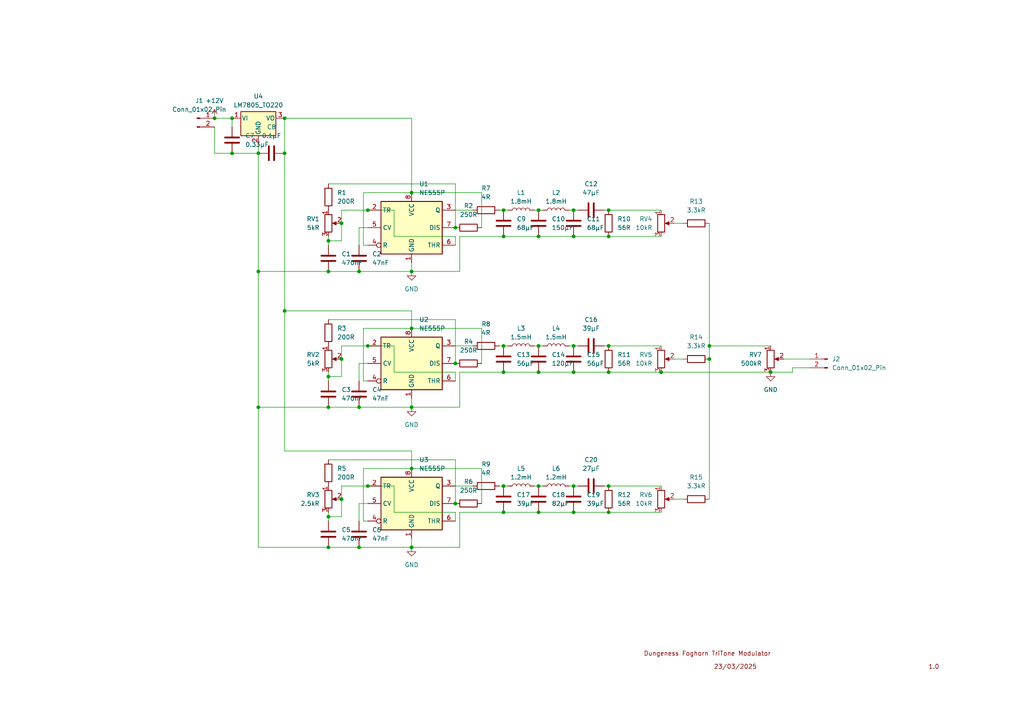
<source format=kicad_sch>
(kicad_sch (version 20230121) (generator eeschema)

  (uuid 14c9c6a0-ea7a-4bdd-a990-8f93d1c9cf5c)

  (paper "A4")

  (lib_symbols
    (symbol "Connector:Conn_01x02_Pin" (pin_names (offset 1.016) hide) (in_bom yes) (on_board yes)
      (property "Reference" "J" (at 0 2.54 0)
        (effects (font (size 1.27 1.27)))
      )
      (property "Value" "Conn_01x02_Pin" (at 0 -5.08 0)
        (effects (font (size 1.27 1.27)))
      )
      (property "Footprint" "" (at 0 0 0)
        (effects (font (size 1.27 1.27)) hide)
      )
      (property "Datasheet" "~" (at 0 0 0)
        (effects (font (size 1.27 1.27)) hide)
      )
      (property "ki_locked" "" (at 0 0 0)
        (effects (font (size 1.27 1.27)))
      )
      (property "ki_keywords" "connector" (at 0 0 0)
        (effects (font (size 1.27 1.27)) hide)
      )
      (property "ki_description" "Generic connector, single row, 01x02, script generated" (at 0 0 0)
        (effects (font (size 1.27 1.27)) hide)
      )
      (property "ki_fp_filters" "Connector*:*_1x??_*" (at 0 0 0)
        (effects (font (size 1.27 1.27)) hide)
      )
      (symbol "Conn_01x02_Pin_1_1"
        (polyline
          (pts
            (xy 1.27 -2.54)
            (xy 0.8636 -2.54)
          )
          (stroke (width 0.1524) (type default))
          (fill (type none))
        )
        (polyline
          (pts
            (xy 1.27 0)
            (xy 0.8636 0)
          )
          (stroke (width 0.1524) (type default))
          (fill (type none))
        )
        (rectangle (start 0.8636 -2.413) (end 0 -2.667)
          (stroke (width 0.1524) (type default))
          (fill (type outline))
        )
        (rectangle (start 0.8636 0.127) (end 0 -0.127)
          (stroke (width 0.1524) (type default))
          (fill (type outline))
        )
        (pin passive line (at 5.08 0 180) (length 3.81)
          (name "Pin_1" (effects (font (size 1.27 1.27))))
          (number "1" (effects (font (size 1.27 1.27))))
        )
        (pin passive line (at 5.08 -2.54 180) (length 3.81)
          (name "Pin_2" (effects (font (size 1.27 1.27))))
          (number "2" (effects (font (size 1.27 1.27))))
        )
      )
    )
    (symbol "Device:C" (pin_numbers hide) (pin_names (offset 0.254)) (in_bom yes) (on_board yes)
      (property "Reference" "C" (at 0.635 2.54 0)
        (effects (font (size 1.27 1.27)) (justify left))
      )
      (property "Value" "C" (at 0.635 -2.54 0)
        (effects (font (size 1.27 1.27)) (justify left))
      )
      (property "Footprint" "" (at 0.9652 -3.81 0)
        (effects (font (size 1.27 1.27)) hide)
      )
      (property "Datasheet" "~" (at 0 0 0)
        (effects (font (size 1.27 1.27)) hide)
      )
      (property "ki_keywords" "cap capacitor" (at 0 0 0)
        (effects (font (size 1.27 1.27)) hide)
      )
      (property "ki_description" "Unpolarized capacitor" (at 0 0 0)
        (effects (font (size 1.27 1.27)) hide)
      )
      (property "ki_fp_filters" "C_*" (at 0 0 0)
        (effects (font (size 1.27 1.27)) hide)
      )
      (symbol "C_0_1"
        (polyline
          (pts
            (xy -2.032 -0.762)
            (xy 2.032 -0.762)
          )
          (stroke (width 0.508) (type default))
          (fill (type none))
        )
        (polyline
          (pts
            (xy -2.032 0.762)
            (xy 2.032 0.762)
          )
          (stroke (width 0.508) (type default))
          (fill (type none))
        )
      )
      (symbol "C_1_1"
        (pin passive line (at 0 3.81 270) (length 2.794)
          (name "~" (effects (font (size 1.27 1.27))))
          (number "1" (effects (font (size 1.27 1.27))))
        )
        (pin passive line (at 0 -3.81 90) (length 2.794)
          (name "~" (effects (font (size 1.27 1.27))))
          (number "2" (effects (font (size 1.27 1.27))))
        )
      )
    )
    (symbol "Device:L" (pin_numbers hide) (pin_names (offset 1.016) hide) (in_bom yes) (on_board yes)
      (property "Reference" "L" (at -1.27 0 90)
        (effects (font (size 1.27 1.27)))
      )
      (property "Value" "L" (at 1.905 0 90)
        (effects (font (size 1.27 1.27)))
      )
      (property "Footprint" "" (at 0 0 0)
        (effects (font (size 1.27 1.27)) hide)
      )
      (property "Datasheet" "~" (at 0 0 0)
        (effects (font (size 1.27 1.27)) hide)
      )
      (property "ki_keywords" "inductor choke coil reactor magnetic" (at 0 0 0)
        (effects (font (size 1.27 1.27)) hide)
      )
      (property "ki_description" "Inductor" (at 0 0 0)
        (effects (font (size 1.27 1.27)) hide)
      )
      (property "ki_fp_filters" "Choke_* *Coil* Inductor_* L_*" (at 0 0 0)
        (effects (font (size 1.27 1.27)) hide)
      )
      (symbol "L_0_1"
        (arc (start 0 -2.54) (mid 0.6323 -1.905) (end 0 -1.27)
          (stroke (width 0) (type default))
          (fill (type none))
        )
        (arc (start 0 -1.27) (mid 0.6323 -0.635) (end 0 0)
          (stroke (width 0) (type default))
          (fill (type none))
        )
        (arc (start 0 0) (mid 0.6323 0.635) (end 0 1.27)
          (stroke (width 0) (type default))
          (fill (type none))
        )
        (arc (start 0 1.27) (mid 0.6323 1.905) (end 0 2.54)
          (stroke (width 0) (type default))
          (fill (type none))
        )
      )
      (symbol "L_1_1"
        (pin passive line (at 0 3.81 270) (length 1.27)
          (name "1" (effects (font (size 1.27 1.27))))
          (number "1" (effects (font (size 1.27 1.27))))
        )
        (pin passive line (at 0 -3.81 90) (length 1.27)
          (name "2" (effects (font (size 1.27 1.27))))
          (number "2" (effects (font (size 1.27 1.27))))
        )
      )
    )
    (symbol "Device:R" (pin_numbers hide) (pin_names (offset 0)) (in_bom yes) (on_board yes)
      (property "Reference" "R" (at 2.032 0 90)
        (effects (font (size 1.27 1.27)))
      )
      (property "Value" "R" (at 0 0 90)
        (effects (font (size 1.27 1.27)))
      )
      (property "Footprint" "" (at -1.778 0 90)
        (effects (font (size 1.27 1.27)) hide)
      )
      (property "Datasheet" "~" (at 0 0 0)
        (effects (font (size 1.27 1.27)) hide)
      )
      (property "ki_keywords" "R res resistor" (at 0 0 0)
        (effects (font (size 1.27 1.27)) hide)
      )
      (property "ki_description" "Resistor" (at 0 0 0)
        (effects (font (size 1.27 1.27)) hide)
      )
      (property "ki_fp_filters" "R_*" (at 0 0 0)
        (effects (font (size 1.27 1.27)) hide)
      )
      (symbol "R_0_1"
        (rectangle (start -1.016 -2.54) (end 1.016 2.54)
          (stroke (width 0.254) (type default))
          (fill (type none))
        )
      )
      (symbol "R_1_1"
        (pin passive line (at 0 3.81 270) (length 1.27)
          (name "~" (effects (font (size 1.27 1.27))))
          (number "1" (effects (font (size 1.27 1.27))))
        )
        (pin passive line (at 0 -3.81 90) (length 1.27)
          (name "~" (effects (font (size 1.27 1.27))))
          (number "2" (effects (font (size 1.27 1.27))))
        )
      )
    )
    (symbol "Device:R_Potentiometer" (pin_names (offset 1.016) hide) (in_bom yes) (on_board yes)
      (property "Reference" "RV" (at -4.445 0 90)
        (effects (font (size 1.27 1.27)))
      )
      (property "Value" "R_Potentiometer" (at -2.54 0 90)
        (effects (font (size 1.27 1.27)))
      )
      (property "Footprint" "" (at 0 0 0)
        (effects (font (size 1.27 1.27)) hide)
      )
      (property "Datasheet" "~" (at 0 0 0)
        (effects (font (size 1.27 1.27)) hide)
      )
      (property "ki_keywords" "resistor variable" (at 0 0 0)
        (effects (font (size 1.27 1.27)) hide)
      )
      (property "ki_description" "Potentiometer" (at 0 0 0)
        (effects (font (size 1.27 1.27)) hide)
      )
      (property "ki_fp_filters" "Potentiometer*" (at 0 0 0)
        (effects (font (size 1.27 1.27)) hide)
      )
      (symbol "R_Potentiometer_0_1"
        (polyline
          (pts
            (xy 2.54 0)
            (xy 1.524 0)
          )
          (stroke (width 0) (type default))
          (fill (type none))
        )
        (polyline
          (pts
            (xy 1.143 0)
            (xy 2.286 0.508)
            (xy 2.286 -0.508)
            (xy 1.143 0)
          )
          (stroke (width 0) (type default))
          (fill (type outline))
        )
        (rectangle (start 1.016 2.54) (end -1.016 -2.54)
          (stroke (width 0.254) (type default))
          (fill (type none))
        )
      )
      (symbol "R_Potentiometer_1_1"
        (pin passive line (at 0 3.81 270) (length 1.27)
          (name "1" (effects (font (size 1.27 1.27))))
          (number "1" (effects (font (size 1.27 1.27))))
        )
        (pin passive line (at 3.81 0 180) (length 1.27)
          (name "2" (effects (font (size 1.27 1.27))))
          (number "2" (effects (font (size 1.27 1.27))))
        )
        (pin passive line (at 0 -3.81 90) (length 1.27)
          (name "3" (effects (font (size 1.27 1.27))))
          (number "3" (effects (font (size 1.27 1.27))))
        )
      )
    )
    (symbol "Regulator_Linear:LM7805_TO220" (pin_names (offset 0.254)) (in_bom yes) (on_board yes)
      (property "Reference" "U" (at -3.81 3.175 0)
        (effects (font (size 1.27 1.27)))
      )
      (property "Value" "LM7805_TO220" (at 0 3.175 0)
        (effects (font (size 1.27 1.27)) (justify left))
      )
      (property "Footprint" "Package_TO_SOT_THT:TO-220-3_Vertical" (at 0 5.715 0)
        (effects (font (size 1.27 1.27) italic) hide)
      )
      (property "Datasheet" "https://www.onsemi.cn/PowerSolutions/document/MC7800-D.PDF" (at 0 -1.27 0)
        (effects (font (size 1.27 1.27)) hide)
      )
      (property "ki_keywords" "Voltage Regulator 1A Positive" (at 0 0 0)
        (effects (font (size 1.27 1.27)) hide)
      )
      (property "ki_description" "Positive 1A 35V Linear Regulator, Fixed Output 5V, TO-220" (at 0 0 0)
        (effects (font (size 1.27 1.27)) hide)
      )
      (property "ki_fp_filters" "TO?220*" (at 0 0 0)
        (effects (font (size 1.27 1.27)) hide)
      )
      (symbol "LM7805_TO220_0_1"
        (rectangle (start -5.08 1.905) (end 5.08 -5.08)
          (stroke (width 0.254) (type default))
          (fill (type background))
        )
      )
      (symbol "LM7805_TO220_1_1"
        (pin power_in line (at -7.62 0 0) (length 2.54)
          (name "VI" (effects (font (size 1.27 1.27))))
          (number "1" (effects (font (size 1.27 1.27))))
        )
        (pin power_in line (at 0 -7.62 90) (length 2.54)
          (name "GND" (effects (font (size 1.27 1.27))))
          (number "2" (effects (font (size 1.27 1.27))))
        )
        (pin power_out line (at 7.62 0 180) (length 2.54)
          (name "VO" (effects (font (size 1.27 1.27))))
          (number "3" (effects (font (size 1.27 1.27))))
        )
      )
    )
    (symbol "Timer:NE555P" (in_bom yes) (on_board yes)
      (property "Reference" "U" (at -10.16 8.89 0)
        (effects (font (size 1.27 1.27)) (justify left))
      )
      (property "Value" "NE555P" (at 2.54 8.89 0)
        (effects (font (size 1.27 1.27)) (justify left))
      )
      (property "Footprint" "Package_DIP:DIP-8_W7.62mm" (at 16.51 -10.16 0)
        (effects (font (size 1.27 1.27)) hide)
      )
      (property "Datasheet" "http://www.ti.com/lit/ds/symlink/ne555.pdf" (at 21.59 -10.16 0)
        (effects (font (size 1.27 1.27)) hide)
      )
      (property "ki_keywords" "single timer 555" (at 0 0 0)
        (effects (font (size 1.27 1.27)) hide)
      )
      (property "ki_description" "Precision Timers, 555 compatible,  PDIP-8" (at 0 0 0)
        (effects (font (size 1.27 1.27)) hide)
      )
      (property "ki_fp_filters" "DIP*W7.62mm*" (at 0 0 0)
        (effects (font (size 1.27 1.27)) hide)
      )
      (symbol "NE555P_0_0"
        (pin power_in line (at 0 -10.16 90) (length 2.54)
          (name "GND" (effects (font (size 1.27 1.27))))
          (number "1" (effects (font (size 1.27 1.27))))
        )
        (pin power_in line (at 0 10.16 270) (length 2.54)
          (name "VCC" (effects (font (size 1.27 1.27))))
          (number "8" (effects (font (size 1.27 1.27))))
        )
      )
      (symbol "NE555P_0_1"
        (rectangle (start -8.89 -7.62) (end 8.89 7.62)
          (stroke (width 0.254) (type default))
          (fill (type background))
        )
        (rectangle (start -8.89 -7.62) (end 8.89 7.62)
          (stroke (width 0.254) (type default))
          (fill (type background))
        )
      )
      (symbol "NE555P_1_1"
        (pin input line (at -12.7 5.08 0) (length 3.81)
          (name "TR" (effects (font (size 1.27 1.27))))
          (number "2" (effects (font (size 1.27 1.27))))
        )
        (pin output line (at 12.7 5.08 180) (length 3.81)
          (name "Q" (effects (font (size 1.27 1.27))))
          (number "3" (effects (font (size 1.27 1.27))))
        )
        (pin input inverted (at -12.7 -5.08 0) (length 3.81)
          (name "R" (effects (font (size 1.27 1.27))))
          (number "4" (effects (font (size 1.27 1.27))))
        )
        (pin input line (at -12.7 0 0) (length 3.81)
          (name "CV" (effects (font (size 1.27 1.27))))
          (number "5" (effects (font (size 1.27 1.27))))
        )
        (pin input line (at 12.7 -5.08 180) (length 3.81)
          (name "THR" (effects (font (size 1.27 1.27))))
          (number "6" (effects (font (size 1.27 1.27))))
        )
        (pin input line (at 12.7 0 180) (length 3.81)
          (name "DIS" (effects (font (size 1.27 1.27))))
          (number "7" (effects (font (size 1.27 1.27))))
        )
      )
    )
    (symbol "power:+12V" (power) (pin_names (offset 0)) (in_bom yes) (on_board yes)
      (property "Reference" "#PWR" (at 0 -3.81 0)
        (effects (font (size 1.27 1.27)) hide)
      )
      (property "Value" "+12V" (at 0 3.556 0)
        (effects (font (size 1.27 1.27)))
      )
      (property "Footprint" "" (at 0 0 0)
        (effects (font (size 1.27 1.27)) hide)
      )
      (property "Datasheet" "" (at 0 0 0)
        (effects (font (size 1.27 1.27)) hide)
      )
      (property "ki_keywords" "global power" (at 0 0 0)
        (effects (font (size 1.27 1.27)) hide)
      )
      (property "ki_description" "Power symbol creates a global label with name \"+12V\"" (at 0 0 0)
        (effects (font (size 1.27 1.27)) hide)
      )
      (symbol "+12V_0_1"
        (polyline
          (pts
            (xy -0.762 1.27)
            (xy 0 2.54)
          )
          (stroke (width 0) (type default))
          (fill (type none))
        )
        (polyline
          (pts
            (xy 0 0)
            (xy 0 2.54)
          )
          (stroke (width 0) (type default))
          (fill (type none))
        )
        (polyline
          (pts
            (xy 0 2.54)
            (xy 0.762 1.27)
          )
          (stroke (width 0) (type default))
          (fill (type none))
        )
      )
      (symbol "+12V_1_1"
        (pin power_in line (at 0 0 90) (length 0) hide
          (name "+12V" (effects (font (size 1.27 1.27))))
          (number "1" (effects (font (size 1.27 1.27))))
        )
      )
    )
    (symbol "power:GND" (power) (pin_names (offset 0)) (in_bom yes) (on_board yes)
      (property "Reference" "#PWR" (at 0 -6.35 0)
        (effects (font (size 1.27 1.27)) hide)
      )
      (property "Value" "GND" (at 0 -3.81 0)
        (effects (font (size 1.27 1.27)))
      )
      (property "Footprint" "" (at 0 0 0)
        (effects (font (size 1.27 1.27)) hide)
      )
      (property "Datasheet" "" (at 0 0 0)
        (effects (font (size 1.27 1.27)) hide)
      )
      (property "ki_keywords" "global power" (at 0 0 0)
        (effects (font (size 1.27 1.27)) hide)
      )
      (property "ki_description" "Power symbol creates a global label with name \"GND\" , ground" (at 0 0 0)
        (effects (font (size 1.27 1.27)) hide)
      )
      (symbol "GND_0_1"
        (polyline
          (pts
            (xy 0 0)
            (xy 0 -1.27)
            (xy 1.27 -1.27)
            (xy 0 -2.54)
            (xy -1.27 -1.27)
            (xy 0 -1.27)
          )
          (stroke (width 0) (type default))
          (fill (type none))
        )
      )
      (symbol "GND_1_1"
        (pin power_in line (at 0 0 270) (length 0) hide
          (name "GND" (effects (font (size 1.27 1.27))))
          (number "1" (effects (font (size 1.27 1.27))))
        )
      )
    )
  )

  (junction (at 119.38 158.75) (diameter 0) (color 0 0 0 0)
    (uuid 0d7f11ae-7528-49bf-aa42-ca14b02971a5)
  )
  (junction (at 146.05 140.97) (diameter 0) (color 0 0 0 0)
    (uuid 0fddd1af-e3d3-4384-b536-3bb8e0210816)
  )
  (junction (at 62.23 34.29) (diameter 0) (color 0 0 0 0)
    (uuid 0fef298a-ace5-45ad-8876-d29d27e0380a)
  )
  (junction (at 205.74 104.14) (diameter 0) (color 0 0 0 0)
    (uuid 179ed8fb-e979-45fe-bcd8-fdd0287f2c09)
  )
  (junction (at 95.25 158.75) (diameter 0) (color 0 0 0 0)
    (uuid 1d3793e3-055d-40ba-a47a-1cccbff47c6d)
  )
  (junction (at 176.53 140.97) (diameter 0) (color 0 0 0 0)
    (uuid 23fddc44-9fa6-4816-9f57-1c04441cc57f)
  )
  (junction (at 146.05 60.96) (diameter 0) (color 0 0 0 0)
    (uuid 2c9fad2e-035c-4bba-81c8-a2143ee91a9b)
  )
  (junction (at 99.06 144.78) (diameter 0) (color 0 0 0 0)
    (uuid 2dcc3e74-35de-46ec-b6e4-69971661e861)
  )
  (junction (at 82.55 90.17) (diameter 0) (color 0 0 0 0)
    (uuid 2efafd6d-0b9b-495c-80b3-24693b2802f0)
  )
  (junction (at 95.25 149.86) (diameter 0) (color 0 0 0 0)
    (uuid 2f17d9b4-c646-49b7-9b46-859033aa13ab)
  )
  (junction (at 99.06 64.77) (diameter 0) (color 0 0 0 0)
    (uuid 2f95d7e3-f9d6-4ba1-8c2e-83299dbee118)
  )
  (junction (at 106.68 60.96) (diameter 0) (color 0 0 0 0)
    (uuid 3713aadc-5fa2-459b-87b6-fff74a79dfff)
  )
  (junction (at 166.37 68.58) (diameter 0) (color 0 0 0 0)
    (uuid 37152db2-bfce-4661-9ae8-182e95fafe74)
  )
  (junction (at 176.53 60.96) (diameter 0) (color 0 0 0 0)
    (uuid 37a9c926-6adf-4bcc-9e89-dda258d52087)
  )
  (junction (at 67.31 44.45) (diameter 0) (color 0 0 0 0)
    (uuid 3acc1df9-3e6c-4f20-bbce-ac40423b7e38)
  )
  (junction (at 166.37 100.33) (diameter 0) (color 0 0 0 0)
    (uuid 3faa526b-4549-47c5-ba32-c4104f956061)
  )
  (junction (at 104.14 78.74) (diameter 0) (color 0 0 0 0)
    (uuid 4a50e3f7-a916-440a-9e16-b79976b16e0d)
  )
  (junction (at 132.08 146.05) (diameter 0) (color 0 0 0 0)
    (uuid 4bc5aed1-e4d7-49f4-ba08-9107a03f0537)
  )
  (junction (at 176.53 100.33) (diameter 0) (color 0 0 0 0)
    (uuid 4e8f6465-f7e7-4024-bedd-02967035541a)
  )
  (junction (at 99.06 104.14) (diameter 0) (color 0 0 0 0)
    (uuid 587ec426-4270-4f5c-b326-721cec5e5c58)
  )
  (junction (at 146.05 68.58) (diameter 0) (color 0 0 0 0)
    (uuid 5dbb09b7-dae9-4254-90cd-d2ff0bb4d474)
  )
  (junction (at 146.05 100.33) (diameter 0) (color 0 0 0 0)
    (uuid 610412ae-bda9-42e1-b6a4-2cd71de6f70f)
  )
  (junction (at 146.05 148.59) (diameter 0) (color 0 0 0 0)
    (uuid 629c29f3-5ca6-4ae9-9e87-c4988d02c317)
  )
  (junction (at 95.25 109.22) (diameter 0) (color 0 0 0 0)
    (uuid 69ee110f-b6ac-4264-b0dd-6c68fbd28d4a)
  )
  (junction (at 166.37 60.96) (diameter 0) (color 0 0 0 0)
    (uuid 6d93260b-9102-4061-a78b-93cf7e3fb4ca)
  )
  (junction (at 176.53 148.59) (diameter 0) (color 0 0 0 0)
    (uuid 6eb53ecb-79b2-4e46-ab57-ab8f047bf634)
  )
  (junction (at 166.37 107.95) (diameter 0) (color 0 0 0 0)
    (uuid 70de75d5-2033-4190-a425-9315808c4965)
  )
  (junction (at 119.38 95.25) (diameter 0) (color 0 0 0 0)
    (uuid 727ee59b-5b7a-4665-8682-b313cc4c9d8b)
  )
  (junction (at 156.21 68.58) (diameter 0) (color 0 0 0 0)
    (uuid 7677ddcc-1660-410e-b001-298f51c7bdfd)
  )
  (junction (at 119.38 135.89) (diameter 0) (color 0 0 0 0)
    (uuid 845721c9-0131-46d0-b9e3-8af3556f6d99)
  )
  (junction (at 132.08 105.41) (diameter 0) (color 0 0 0 0)
    (uuid 8db4c731-06c4-44b8-af77-16405f0e0af5)
  )
  (junction (at 104.14 158.75) (diameter 0) (color 0 0 0 0)
    (uuid 91f845db-67d8-44a9-adab-609e2327f921)
  )
  (junction (at 67.31 34.29) (diameter 0) (color 0 0 0 0)
    (uuid 92336051-c647-47b6-a25f-05fa6f87cbb1)
  )
  (junction (at 106.68 140.97) (diameter 0) (color 0 0 0 0)
    (uuid 9710156a-581c-4bc1-a6df-f530df5d661d)
  )
  (junction (at 156.21 107.95) (diameter 0) (color 0 0 0 0)
    (uuid 97fd45ff-29e4-4bac-af05-cb2008a914c3)
  )
  (junction (at 95.25 69.85) (diameter 0) (color 0 0 0 0)
    (uuid 9938b4a9-d47c-45f4-be0a-5f7801fb9fe2)
  )
  (junction (at 119.38 78.74) (diameter 0) (color 0 0 0 0)
    (uuid 99e7d92a-f766-447e-8937-8e1fca07581a)
  )
  (junction (at 95.25 118.11) (diameter 0) (color 0 0 0 0)
    (uuid 9a63ded7-dfad-460b-ba8c-96bcee96e1b0)
  )
  (junction (at 104.14 118.11) (diameter 0) (color 0 0 0 0)
    (uuid 9d2e8886-dd17-405e-b7d1-0748a6d451b3)
  )
  (junction (at 132.08 66.04) (diameter 0) (color 0 0 0 0)
    (uuid 9dd6ebcd-94dd-41f2-b0f9-46c3417173c2)
  )
  (junction (at 119.38 55.88) (diameter 0) (color 0 0 0 0)
    (uuid a51ba215-306d-4478-981b-42608077d625)
  )
  (junction (at 95.25 78.74) (diameter 0) (color 0 0 0 0)
    (uuid a7e87a65-cde6-4b7e-a796-8cd7f933ad7e)
  )
  (junction (at 156.21 148.59) (diameter 0) (color 0 0 0 0)
    (uuid a912d767-a1f4-42c7-9ce1-940f41918f22)
  )
  (junction (at 223.52 107.95) (diameter 0) (color 0 0 0 0)
    (uuid b0ee4740-50e9-4f07-b30b-304e555de483)
  )
  (junction (at 74.93 44.45) (diameter 0) (color 0 0 0 0)
    (uuid bb39399c-9071-4b4c-8f61-3ec83bf0cbaa)
  )
  (junction (at 74.93 78.74) (diameter 0) (color 0 0 0 0)
    (uuid bf87784c-87c4-4d79-b169-e1a50f1b9264)
  )
  (junction (at 156.21 60.96) (diameter 0) (color 0 0 0 0)
    (uuid c2ecba7a-b10a-4a41-8321-4ccd64de0c3d)
  )
  (junction (at 205.74 100.33) (diameter 0) (color 0 0 0 0)
    (uuid c5643410-936d-4787-8eb0-985e7e688491)
  )
  (junction (at 191.77 107.95) (diameter 0) (color 0 0 0 0)
    (uuid c57ba8ac-5b5e-41b2-aaf0-531ed51c22e4)
  )
  (junction (at 176.53 68.58) (diameter 0) (color 0 0 0 0)
    (uuid c58f8ff7-2cc7-4b68-ba49-8e971d594413)
  )
  (junction (at 176.53 107.95) (diameter 0) (color 0 0 0 0)
    (uuid cad7cf26-acdd-4acf-8f40-09fbdd00cc26)
  )
  (junction (at 119.38 118.11) (diameter 0) (color 0 0 0 0)
    (uuid de70c606-13c2-4ef8-ad25-e2a435d406ae)
  )
  (junction (at 82.55 44.45) (diameter 0) (color 0 0 0 0)
    (uuid e41b8029-7d2a-46ee-878e-f9abaa2fa67f)
  )
  (junction (at 106.68 100.33) (diameter 0) (color 0 0 0 0)
    (uuid e876c763-54ba-458f-9424-17e406fd9c2c)
  )
  (junction (at 146.05 107.95) (diameter 0) (color 0 0 0 0)
    (uuid e98120bf-1fbf-4445-a4c7-fc2b9efd9180)
  )
  (junction (at 166.37 148.59) (diameter 0) (color 0 0 0 0)
    (uuid f248ef19-e750-48d7-bfb2-3eaf49c91449)
  )
  (junction (at 156.21 140.97) (diameter 0) (color 0 0 0 0)
    (uuid f7820cc3-653c-4ff5-a7a2-29abdab4a3c0)
  )
  (junction (at 156.21 100.33) (diameter 0) (color 0 0 0 0)
    (uuid faef6bb1-a2fc-49f4-8f76-e1bdc52e5e31)
  )
  (junction (at 82.55 34.29) (diameter 0) (color 0 0 0 0)
    (uuid fce4d7ad-3d79-4101-a14c-dc50e3f96df2)
  )
  (junction (at 166.37 140.97) (diameter 0) (color 0 0 0 0)
    (uuid ffabd24a-06d3-4270-bad1-b49c2e8b3b3d)
  )
  (junction (at 74.93 118.11) (diameter 0) (color 0 0 0 0)
    (uuid ffdc3566-0edc-46d5-8c98-815dd948df22)
  )

  (wire (pts (xy 82.55 90.17) (xy 119.38 90.17))
    (stroke (width 0) (type default))
    (uuid 0450147b-1668-4b38-a5f2-e0d2f1e748ab)
  )
  (wire (pts (xy 104.14 118.11) (xy 119.38 118.11))
    (stroke (width 0) (type default))
    (uuid 045f2c16-df45-4662-90c0-d1fb15b21d7a)
  )
  (wire (pts (xy 105.41 151.13) (xy 105.41 135.89))
    (stroke (width 0) (type default))
    (uuid 04a1dfaa-1313-406b-b5fd-979073a80edc)
  )
  (wire (pts (xy 74.93 44.45) (xy 74.93 78.74))
    (stroke (width 0) (type default))
    (uuid 07c0c73c-9b95-4001-a640-eb6e9726c472)
  )
  (wire (pts (xy 82.55 44.45) (xy 82.55 90.17))
    (stroke (width 0) (type default))
    (uuid 0b51680e-71f6-4d33-8320-9437695ff70a)
  )
  (wire (pts (xy 132.08 151.13) (xy 132.08 148.59))
    (stroke (width 0) (type default))
    (uuid 0bc2718d-074b-49ab-b390-b710fcd1fc8e)
  )
  (wire (pts (xy 175.26 140.97) (xy 176.53 140.97))
    (stroke (width 0) (type default))
    (uuid 0d6ca002-b038-4f84-8674-72202602430f)
  )
  (wire (pts (xy 74.93 118.11) (xy 95.25 118.11))
    (stroke (width 0) (type default))
    (uuid 0f762c73-2ccf-4e67-9804-e133545ada78)
  )
  (wire (pts (xy 132.08 107.95) (xy 114.3 107.95))
    (stroke (width 0) (type default))
    (uuid 128d87fd-3692-4fc6-835f-05db6e4bd2be)
  )
  (wire (pts (xy 227.33 104.14) (xy 234.95 104.14))
    (stroke (width 0) (type default))
    (uuid 14cd594b-86e5-40a6-960e-3ea8ac584930)
  )
  (wire (pts (xy 132.08 53.34) (xy 95.25 53.34))
    (stroke (width 0) (type default))
    (uuid 14f4e4ca-3e4c-4f3b-80e8-a521041e20a4)
  )
  (wire (pts (xy 146.05 68.58) (xy 133.35 68.58))
    (stroke (width 0) (type default))
    (uuid 17c7983d-1a8d-4f5f-b557-e150d9d0d535)
  )
  (wire (pts (xy 176.53 100.33) (xy 191.77 100.33))
    (stroke (width 0) (type default))
    (uuid 19381b5e-9211-4821-b582-d30533b3bfba)
  )
  (wire (pts (xy 139.7 55.88) (xy 119.38 55.88))
    (stroke (width 0) (type default))
    (uuid 1be8c344-3a8f-47eb-8a51-ad810c2207ad)
  )
  (wire (pts (xy 105.41 55.88) (xy 119.38 55.88))
    (stroke (width 0) (type default))
    (uuid 22d2a0cc-1308-4e35-b5e8-340253fcd630)
  )
  (wire (pts (xy 119.38 118.11) (xy 119.38 115.57))
    (stroke (width 0) (type default))
    (uuid 277597bf-1950-49a4-af99-efccd2a3a6a7)
  )
  (wire (pts (xy 82.55 90.17) (xy 82.55 130.81))
    (stroke (width 0) (type default))
    (uuid 28ca5c3d-81bb-4355-b001-7280909187a7)
  )
  (wire (pts (xy 99.06 60.96) (xy 106.68 60.96))
    (stroke (width 0) (type default))
    (uuid 33cd4c47-bc0d-4fab-ba5d-4f1d64a9906c)
  )
  (wire (pts (xy 99.06 104.14) (xy 99.06 100.33))
    (stroke (width 0) (type default))
    (uuid 3422256d-ca1a-4359-8731-174675364b57)
  )
  (wire (pts (xy 191.77 107.95) (xy 223.52 107.95))
    (stroke (width 0) (type default))
    (uuid 3475f2b4-346e-4394-92c7-c5daae3715e9)
  )
  (wire (pts (xy 154.94 60.96) (xy 156.21 60.96))
    (stroke (width 0) (type default))
    (uuid 347f5227-89ee-4425-a5bd-6e6c845f7039)
  )
  (wire (pts (xy 166.37 68.58) (xy 176.53 68.58))
    (stroke (width 0) (type default))
    (uuid 35838676-a31e-447b-86e2-bd0c9bb734a8)
  )
  (wire (pts (xy 104.14 105.41) (xy 104.14 110.49))
    (stroke (width 0) (type default))
    (uuid 361cdbbc-7bcd-4aba-b820-8644acc5cc13)
  )
  (wire (pts (xy 104.14 71.12) (xy 104.14 66.04))
    (stroke (width 0) (type default))
    (uuid 3673a502-ef15-4e9e-95ab-5efe05f6b93f)
  )
  (wire (pts (xy 114.3 140.97) (xy 106.68 140.97))
    (stroke (width 0) (type default))
    (uuid 38bddc97-ce4c-4c01-b2c1-2a8ea6b192f0)
  )
  (wire (pts (xy 74.93 118.11) (xy 74.93 158.75))
    (stroke (width 0) (type default))
    (uuid 396f80a8-2b8f-4aaf-9794-5b2424257a81)
  )
  (wire (pts (xy 133.35 107.95) (xy 133.35 118.11))
    (stroke (width 0) (type default))
    (uuid 3a6f9aac-c1f6-492b-9396-94c7c61994f7)
  )
  (wire (pts (xy 205.74 104.14) (xy 205.74 144.78))
    (stroke (width 0) (type default))
    (uuid 3ac87d3e-d613-4537-8eda-9c111fc7579c)
  )
  (wire (pts (xy 114.3 148.59) (xy 114.3 140.97))
    (stroke (width 0) (type default))
    (uuid 3da6d93b-1f0b-4858-aaa8-a11a7299baed)
  )
  (wire (pts (xy 139.7 146.05) (xy 139.7 135.89))
    (stroke (width 0) (type default))
    (uuid 3e36ad9a-e07c-43d4-8f0d-2b5ef81a6ec6)
  )
  (wire (pts (xy 133.35 148.59) (xy 133.35 158.75))
    (stroke (width 0) (type default))
    (uuid 4125642c-53f1-40c7-add7-0619e1b040ff)
  )
  (wire (pts (xy 82.55 130.81) (xy 119.38 130.81))
    (stroke (width 0) (type default))
    (uuid 42290ded-30ab-4a9d-8f36-62df695064a1)
  )
  (wire (pts (xy 119.38 90.17) (xy 119.38 95.25))
    (stroke (width 0) (type default))
    (uuid 43000728-741f-4de3-8a4c-7900fa8ce407)
  )
  (wire (pts (xy 132.08 148.59) (xy 114.3 148.59))
    (stroke (width 0) (type default))
    (uuid 440fd509-ffdb-4c63-b197-92aaca646da4)
  )
  (wire (pts (xy 154.94 140.97) (xy 156.21 140.97))
    (stroke (width 0) (type default))
    (uuid 46f4264d-06ee-45d7-8d5a-c3d5c65f5aaf)
  )
  (wire (pts (xy 137.16 140.97) (xy 132.08 140.97))
    (stroke (width 0) (type default))
    (uuid 480bc6a6-99dc-4122-a4b9-c3214328ac26)
  )
  (wire (pts (xy 99.06 64.77) (xy 99.06 60.96))
    (stroke (width 0) (type default))
    (uuid 4b840b63-e968-48fb-9d11-52af10db719c)
  )
  (wire (pts (xy 114.3 68.58) (xy 114.3 60.96))
    (stroke (width 0) (type default))
    (uuid 4bfb7298-f40a-4fb4-a6ca-4b6cc3e81eaf)
  )
  (wire (pts (xy 205.74 100.33) (xy 205.74 104.14))
    (stroke (width 0) (type default))
    (uuid 4ce5a823-1455-4532-85ce-224f4c2d40d4)
  )
  (wire (pts (xy 132.08 53.34) (xy 132.08 66.04))
    (stroke (width 0) (type default))
    (uuid 4e1a6dcd-ca99-4955-ab88-13a12e0747b8)
  )
  (wire (pts (xy 175.26 60.96) (xy 176.53 60.96))
    (stroke (width 0) (type default))
    (uuid 4e824546-203a-41b5-8155-d88db0729967)
  )
  (wire (pts (xy 95.25 158.75) (xy 104.14 158.75))
    (stroke (width 0) (type default))
    (uuid 50056db6-ddb5-4949-bb32-254a2cc618c1)
  )
  (wire (pts (xy 176.53 140.97) (xy 191.77 140.97))
    (stroke (width 0) (type default))
    (uuid 51c09616-da20-455a-975d-164867daf3a1)
  )
  (wire (pts (xy 105.41 135.89) (xy 119.38 135.89))
    (stroke (width 0) (type default))
    (uuid 5558aa91-4cb1-4b1e-9312-50624c0f1767)
  )
  (wire (pts (xy 74.93 78.74) (xy 95.25 78.74))
    (stroke (width 0) (type default))
    (uuid 563e2b19-3ac4-497d-ac6c-1e0a48062691)
  )
  (wire (pts (xy 105.41 71.12) (xy 105.41 55.88))
    (stroke (width 0) (type default))
    (uuid 5be9ca5d-3ecf-4e7d-8028-2de4d95cf016)
  )
  (wire (pts (xy 132.08 133.35) (xy 95.25 133.35))
    (stroke (width 0) (type default))
    (uuid 5c3bec1c-8b2b-43ca-80bf-6ee8a5ca49b3)
  )
  (wire (pts (xy 104.14 78.74) (xy 119.38 78.74))
    (stroke (width 0) (type default))
    (uuid 5d684a93-78b0-4ccb-8ada-a152b5964f64)
  )
  (wire (pts (xy 156.21 148.59) (xy 166.37 148.59))
    (stroke (width 0) (type default))
    (uuid 5f09781d-c506-4547-83e4-209ded1c627b)
  )
  (wire (pts (xy 74.93 41.91) (xy 74.93 44.45))
    (stroke (width 0) (type default))
    (uuid 5f148232-e660-4821-bb60-45072e375e0a)
  )
  (wire (pts (xy 166.37 100.33) (xy 167.64 100.33))
    (stroke (width 0) (type default))
    (uuid 61ff28de-b9fa-42d1-abd9-d7c73ddc4574)
  )
  (wire (pts (xy 62.23 44.45) (xy 62.23 36.83))
    (stroke (width 0) (type default))
    (uuid 627bc043-d72b-4a86-877c-258ec5b86f57)
  )
  (wire (pts (xy 99.06 144.78) (xy 99.06 140.97))
    (stroke (width 0) (type default))
    (uuid 65a1b10f-b379-45a3-a0ac-23b2c3b1bb41)
  )
  (wire (pts (xy 139.7 66.04) (xy 139.7 55.88))
    (stroke (width 0) (type default))
    (uuid 667b23be-211f-4d12-90dd-2b9754e3d9d1)
  )
  (wire (pts (xy 104.14 158.75) (xy 119.38 158.75))
    (stroke (width 0) (type default))
    (uuid 66a29832-40d0-4fc1-9235-dc7703a46346)
  )
  (wire (pts (xy 67.31 34.29) (xy 67.31 36.83))
    (stroke (width 0) (type default))
    (uuid 670f91a0-edee-4870-a454-9bef5dd41fb4)
  )
  (wire (pts (xy 154.94 100.33) (xy 156.21 100.33))
    (stroke (width 0) (type default))
    (uuid 6764a624-fc18-4f2a-8820-6f37767fe0a1)
  )
  (wire (pts (xy 95.25 69.85) (xy 95.25 71.12))
    (stroke (width 0) (type default))
    (uuid 68aa6fc0-357f-4684-b3f4-9cec95678054)
  )
  (wire (pts (xy 166.37 107.95) (xy 176.53 107.95))
    (stroke (width 0) (type default))
    (uuid 68aebb1d-4366-434b-bfe5-c15e83f30f9e)
  )
  (wire (pts (xy 139.7 95.25) (xy 119.38 95.25))
    (stroke (width 0) (type default))
    (uuid 69538277-0162-49a1-a32d-566f20d57296)
  )
  (wire (pts (xy 99.06 149.86) (xy 99.06 144.78))
    (stroke (width 0) (type default))
    (uuid 6986708f-20e2-45af-bb95-fb9f8601f14b)
  )
  (wire (pts (xy 144.78 60.96) (xy 146.05 60.96))
    (stroke (width 0) (type default))
    (uuid 69e95a51-2ba3-4bfc-a49e-225ea5295d06)
  )
  (wire (pts (xy 144.78 100.33) (xy 146.05 100.33))
    (stroke (width 0) (type default))
    (uuid 6b2a3d16-95dd-4094-9d12-ee38adc27026)
  )
  (wire (pts (xy 95.25 69.85) (xy 99.06 69.85))
    (stroke (width 0) (type default))
    (uuid 6be36e95-bc54-4517-b673-54e0f6b0500f)
  )
  (wire (pts (xy 95.25 68.58) (xy 95.25 69.85))
    (stroke (width 0) (type default))
    (uuid 6e0f8278-dcf8-401a-93ba-da534ccd0941)
  )
  (wire (pts (xy 146.05 140.97) (xy 147.32 140.97))
    (stroke (width 0) (type default))
    (uuid 716c29d9-cb7c-4542-97e2-4ae591760bf4)
  )
  (wire (pts (xy 156.21 100.33) (xy 157.48 100.33))
    (stroke (width 0) (type default))
    (uuid 71e5c774-ccf6-4815-b121-967137920331)
  )
  (wire (pts (xy 105.41 110.49) (xy 106.68 110.49))
    (stroke (width 0) (type default))
    (uuid 73a93c53-c17d-4c84-a0e8-6c4a2a363815)
  )
  (wire (pts (xy 132.08 68.58) (xy 114.3 68.58))
    (stroke (width 0) (type default))
    (uuid 73bdc21d-c5db-4f39-b3c2-ab276b5679a2)
  )
  (wire (pts (xy 119.38 34.29) (xy 119.38 55.88))
    (stroke (width 0) (type default))
    (uuid 74ea518e-20fd-4573-8beb-3adf91412791)
  )
  (wire (pts (xy 146.05 148.59) (xy 156.21 148.59))
    (stroke (width 0) (type default))
    (uuid 773fec61-3eac-46bf-883e-9cdb89a3a962)
  )
  (wire (pts (xy 139.7 135.89) (xy 119.38 135.89))
    (stroke (width 0) (type default))
    (uuid 7adc692a-826f-4965-b0b7-e2e29f3c0d11)
  )
  (wire (pts (xy 105.41 110.49) (xy 105.41 95.25))
    (stroke (width 0) (type default))
    (uuid 7b780965-15d6-4c05-a8eb-4b4fb97a768a)
  )
  (wire (pts (xy 195.58 104.14) (xy 198.12 104.14))
    (stroke (width 0) (type default))
    (uuid 81474e58-355f-4f19-a043-a5a4ba149dc6)
  )
  (wire (pts (xy 114.3 107.95) (xy 114.3 100.33))
    (stroke (width 0) (type default))
    (uuid 8275e38f-6346-4a84-8269-be810df1ae65)
  )
  (wire (pts (xy 166.37 148.59) (xy 176.53 148.59))
    (stroke (width 0) (type default))
    (uuid 82c141c8-8436-4f2c-a952-268cdf3b6821)
  )
  (wire (pts (xy 137.16 60.96) (xy 132.08 60.96))
    (stroke (width 0) (type default))
    (uuid 831d8a12-720b-4216-8e36-06b7f616bf30)
  )
  (wire (pts (xy 133.35 78.74) (xy 119.38 78.74))
    (stroke (width 0) (type default))
    (uuid 86cab6e7-3708-4cd1-84c0-d2097d47cc87)
  )
  (wire (pts (xy 99.06 140.97) (xy 106.68 140.97))
    (stroke (width 0) (type default))
    (uuid 8a28f16d-2243-4bbd-9ba6-6a33af1dc315)
  )
  (wire (pts (xy 62.23 34.29) (xy 67.31 34.29))
    (stroke (width 0) (type default))
    (uuid 8b04a0c6-0b02-4132-b567-656ad38ff8cb)
  )
  (wire (pts (xy 95.25 78.74) (xy 104.14 78.74))
    (stroke (width 0) (type default))
    (uuid 8c1f9305-d7d8-45c5-bc82-98c34b8087b8)
  )
  (wire (pts (xy 104.14 146.05) (xy 106.68 146.05))
    (stroke (width 0) (type default))
    (uuid 8ecd85c5-ba0e-4bf7-8185-c3a6703c832d)
  )
  (wire (pts (xy 106.68 71.12) (xy 105.41 71.12))
    (stroke (width 0) (type default))
    (uuid 8ff961e0-3635-41f7-b5ba-4f780e7b3e7a)
  )
  (wire (pts (xy 82.55 34.29) (xy 119.38 34.29))
    (stroke (width 0) (type default))
    (uuid 92f09ce9-b343-423e-b50a-1851df902372)
  )
  (wire (pts (xy 99.06 69.85) (xy 99.06 64.77))
    (stroke (width 0) (type default))
    (uuid 93297ca1-0a0f-4eb8-bd12-17d303d2f446)
  )
  (wire (pts (xy 132.08 133.35) (xy 132.08 146.05))
    (stroke (width 0) (type default))
    (uuid 96827a36-b693-49cf-a95c-fa50a35f058d)
  )
  (wire (pts (xy 137.16 100.33) (xy 132.08 100.33))
    (stroke (width 0) (type default))
    (uuid 9686c7f3-3853-497d-bf27-e5b50b247f60)
  )
  (wire (pts (xy 104.14 151.13) (xy 104.14 146.05))
    (stroke (width 0) (type default))
    (uuid 97aa608f-7650-4dfd-bacd-d9568d391083)
  )
  (wire (pts (xy 95.25 107.95) (xy 95.25 109.22))
    (stroke (width 0) (type default))
    (uuid 982089ed-5f90-4f03-b8b6-a5e48a03edf9)
  )
  (wire (pts (xy 95.25 149.86) (xy 99.06 149.86))
    (stroke (width 0) (type default))
    (uuid 9988d8f0-00c5-4232-ad3f-fd3d2aa19a28)
  )
  (wire (pts (xy 176.53 107.95) (xy 191.77 107.95))
    (stroke (width 0) (type default))
    (uuid 9bc6fab8-00a5-4bf0-b860-be7b0f8be7dc)
  )
  (wire (pts (xy 146.05 107.95) (xy 156.21 107.95))
    (stroke (width 0) (type default))
    (uuid 9be7e5f7-8b12-4053-83a1-f83707b9b21a)
  )
  (wire (pts (xy 95.25 149.86) (xy 95.25 151.13))
    (stroke (width 0) (type default))
    (uuid 9cf4ec34-5d2a-489f-a89d-0a7cb2c5c32f)
  )
  (wire (pts (xy 95.25 109.22) (xy 95.25 110.49))
    (stroke (width 0) (type default))
    (uuid 9f06d1ab-18f2-4c6f-8288-1d8bc01f830b)
  )
  (wire (pts (xy 195.58 144.78) (xy 198.12 144.78))
    (stroke (width 0) (type default))
    (uuid 9f8419d0-6c86-4780-afb2-b092d46b8088)
  )
  (wire (pts (xy 67.31 44.45) (xy 74.93 44.45))
    (stroke (width 0) (type default))
    (uuid 9fa9c4ff-bb4e-4b73-a299-235be4aebf11)
  )
  (wire (pts (xy 229.87 106.68) (xy 234.95 106.68))
    (stroke (width 0) (type default))
    (uuid a0cd5cfd-a590-438f-9f07-bfe378686014)
  )
  (wire (pts (xy 176.53 60.96) (xy 191.77 60.96))
    (stroke (width 0) (type default))
    (uuid a183aa54-e40c-42b0-8992-c264881956b3)
  )
  (wire (pts (xy 146.05 60.96) (xy 147.32 60.96))
    (stroke (width 0) (type default))
    (uuid a64ea5a8-f08c-49f8-a0d4-d2b2619ea40c)
  )
  (wire (pts (xy 95.25 148.59) (xy 95.25 149.86))
    (stroke (width 0) (type default))
    (uuid a6f17df4-d603-4160-9d58-2d6c3362fd16)
  )
  (wire (pts (xy 144.78 140.97) (xy 146.05 140.97))
    (stroke (width 0) (type default))
    (uuid a6f6c376-265b-46c8-ba96-b0faef9b3fa2)
  )
  (wire (pts (xy 165.1 140.97) (xy 166.37 140.97))
    (stroke (width 0) (type default))
    (uuid a98025ab-61ae-4c23-ae6a-ce9e5ac5c898)
  )
  (wire (pts (xy 82.55 34.29) (xy 82.55 44.45))
    (stroke (width 0) (type default))
    (uuid adc582da-30f0-40ab-9b90-f057eddb5d38)
  )
  (wire (pts (xy 229.87 107.95) (xy 223.52 107.95))
    (stroke (width 0) (type default))
    (uuid b4e0867b-a7f8-43a5-b447-dec0ff7c6bf5)
  )
  (wire (pts (xy 119.38 78.74) (xy 119.38 76.2))
    (stroke (width 0) (type default))
    (uuid b5201f85-0b6b-4117-af53-15285e4764bf)
  )
  (wire (pts (xy 156.21 60.96) (xy 157.48 60.96))
    (stroke (width 0) (type default))
    (uuid b6318742-62a7-4837-95c6-ff1eb69cc2f9)
  )
  (wire (pts (xy 176.53 148.59) (xy 191.77 148.59))
    (stroke (width 0) (type default))
    (uuid b69fa691-980b-4893-a883-cee1cc9aed16)
  )
  (wire (pts (xy 74.93 158.75) (xy 95.25 158.75))
    (stroke (width 0) (type default))
    (uuid b95b69c2-6d3f-4d3e-b90d-484ce516348a)
  )
  (wire (pts (xy 133.35 68.58) (xy 133.35 78.74))
    (stroke (width 0) (type default))
    (uuid bbad4180-9dc1-4c56-afc9-57b0914e478c)
  )
  (wire (pts (xy 119.38 118.11) (xy 133.35 118.11))
    (stroke (width 0) (type default))
    (uuid bc0eab32-e4a7-4a7c-82ac-25983420ca69)
  )
  (wire (pts (xy 119.38 158.75) (xy 119.38 156.21))
    (stroke (width 0) (type default))
    (uuid be044520-c690-4d31-92f5-042a7348260c)
  )
  (wire (pts (xy 67.31 44.45) (xy 62.23 44.45))
    (stroke (width 0) (type default))
    (uuid be965b9c-221b-4d7b-81e9-861ca926a4fd)
  )
  (wire (pts (xy 132.08 92.71) (xy 132.08 105.41))
    (stroke (width 0) (type default))
    (uuid befcecdf-efd4-4b83-b910-33040fbbc4a1)
  )
  (wire (pts (xy 146.05 148.59) (xy 133.35 148.59))
    (stroke (width 0) (type default))
    (uuid c1fed078-36f9-46f6-9fb7-c06b7595ae7f)
  )
  (wire (pts (xy 99.06 109.22) (xy 99.06 104.14))
    (stroke (width 0) (type default))
    (uuid c8aa8316-59fb-4867-aaac-b2cd8befa945)
  )
  (wire (pts (xy 176.53 68.58) (xy 191.77 68.58))
    (stroke (width 0) (type default))
    (uuid c9d0da71-be61-4579-aeb5-b970a7b860ea)
  )
  (wire (pts (xy 106.68 151.13) (xy 105.41 151.13))
    (stroke (width 0) (type default))
    (uuid ca0ca2a3-f365-48de-b77a-84b65da35771)
  )
  (wire (pts (xy 156.21 107.95) (xy 166.37 107.95))
    (stroke (width 0) (type default))
    (uuid cb1bde32-8fb5-40a9-b176-c97d0886588d)
  )
  (wire (pts (xy 166.37 140.97) (xy 167.64 140.97))
    (stroke (width 0) (type default))
    (uuid cdf120c3-871c-4fff-a9af-65c7d1660bd6)
  )
  (wire (pts (xy 205.74 64.77) (xy 205.74 100.33))
    (stroke (width 0) (type default))
    (uuid d0741205-361c-44fd-b944-397130161f22)
  )
  (wire (pts (xy 146.05 68.58) (xy 156.21 68.58))
    (stroke (width 0) (type default))
    (uuid d0fe19ff-01d1-4cce-aa8e-603bf471f424)
  )
  (wire (pts (xy 99.06 100.33) (xy 106.68 100.33))
    (stroke (width 0) (type default))
    (uuid d469cf52-623c-4e46-bec6-988d1710545d)
  )
  (wire (pts (xy 114.3 60.96) (xy 106.68 60.96))
    (stroke (width 0) (type default))
    (uuid d7608853-50ce-4db3-9ed0-c0e8a1210c27)
  )
  (wire (pts (xy 166.37 60.96) (xy 167.64 60.96))
    (stroke (width 0) (type default))
    (uuid d766f018-aa55-4560-a2d7-b2f8a7a8194f)
  )
  (wire (pts (xy 95.25 109.22) (xy 99.06 109.22))
    (stroke (width 0) (type default))
    (uuid d84d3df8-5447-4162-8280-284a466f1ef4)
  )
  (wire (pts (xy 229.87 106.68) (xy 229.87 107.95))
    (stroke (width 0) (type default))
    (uuid da36b3bc-1ce3-4fde-89f9-56ac2de36e8f)
  )
  (wire (pts (xy 156.21 140.97) (xy 157.48 140.97))
    (stroke (width 0) (type default))
    (uuid dbdb8509-7a39-4d9e-8d31-f665615bf079)
  )
  (wire (pts (xy 105.41 95.25) (xy 119.38 95.25))
    (stroke (width 0) (type default))
    (uuid dd26b55e-59e5-4b9c-b176-46ec7bc4bccb)
  )
  (wire (pts (xy 133.35 158.75) (xy 119.38 158.75))
    (stroke (width 0) (type default))
    (uuid def727ff-9e56-47f5-8962-567bf6d3e451)
  )
  (wire (pts (xy 175.26 100.33) (xy 176.53 100.33))
    (stroke (width 0) (type default))
    (uuid df3a99b8-c4d7-4db7-93cc-e43966c2b1ce)
  )
  (wire (pts (xy 156.21 68.58) (xy 166.37 68.58))
    (stroke (width 0) (type default))
    (uuid e00fac45-cfbd-4690-b18b-1b561b7f2404)
  )
  (wire (pts (xy 74.93 78.74) (xy 74.93 118.11))
    (stroke (width 0) (type default))
    (uuid e27e6a6f-5b84-430f-bed2-0bb483f36f7d)
  )
  (wire (pts (xy 165.1 100.33) (xy 166.37 100.33))
    (stroke (width 0) (type default))
    (uuid e2fab950-c5e2-4e14-b137-b89532d926bb)
  )
  (wire (pts (xy 95.25 118.11) (xy 104.14 118.11))
    (stroke (width 0) (type default))
    (uuid e6e94d82-1152-49fa-bb15-ea4dc4eb5389)
  )
  (wire (pts (xy 119.38 130.81) (xy 119.38 135.89))
    (stroke (width 0) (type default))
    (uuid e6f879f5-9214-4490-9ca6-52c705db5a65)
  )
  (wire (pts (xy 195.58 64.77) (xy 198.12 64.77))
    (stroke (width 0) (type default))
    (uuid e9d351d5-fe3e-4c2c-94af-8f3f3fac0065)
  )
  (wire (pts (xy 132.08 110.49) (xy 132.08 107.95))
    (stroke (width 0) (type default))
    (uuid ee30e967-f611-4760-ac12-7932cb4b6416)
  )
  (wire (pts (xy 165.1 60.96) (xy 166.37 60.96))
    (stroke (width 0) (type default))
    (uuid f0df9026-7483-422e-ac78-66b435732c2b)
  )
  (wire (pts (xy 223.52 100.33) (xy 205.74 100.33))
    (stroke (width 0) (type default))
    (uuid f1c797b9-ae3b-4992-a62f-2c8f86738a77)
  )
  (wire (pts (xy 146.05 100.33) (xy 147.32 100.33))
    (stroke (width 0) (type default))
    (uuid f5cfc327-4a35-4ce7-b853-fe8a46ea6929)
  )
  (wire (pts (xy 139.7 105.41) (xy 139.7 95.25))
    (stroke (width 0) (type default))
    (uuid f72e1968-5aa4-45c7-8455-f4d84e6ee170)
  )
  (wire (pts (xy 132.08 92.71) (xy 95.25 92.71))
    (stroke (width 0) (type default))
    (uuid f750740b-0611-4139-86b0-ee9734bf9276)
  )
  (wire (pts (xy 146.05 107.95) (xy 133.35 107.95))
    (stroke (width 0) (type default))
    (uuid f9859227-8413-4319-9b5b-fa4d64590cd8)
  )
  (wire (pts (xy 114.3 100.33) (xy 106.68 100.33))
    (stroke (width 0) (type default))
    (uuid fb771c8e-5f99-49c7-b319-5f6380307d7a)
  )
  (wire (pts (xy 106.68 105.41) (xy 104.14 105.41))
    (stroke (width 0) (type default))
    (uuid fd67db68-deb6-4a59-a614-36848de129e6)
  )
  (wire (pts (xy 104.14 66.04) (xy 106.68 66.04))
    (stroke (width 0) (type default))
    (uuid fdb09b94-dad9-4fce-af31-912a3c2b5408)
  )
  (wire (pts (xy 132.08 71.12) (xy 132.08 68.58))
    (stroke (width 0) (type default))
    (uuid fef73787-9b0d-466a-a034-517d9e1ad7d7)
  )

  (text "Dungeness Foghorn TriTone Modulator" (at 186.69 190.5 0)
    (effects (font (size 1.27 1.27) (color 132 0 0 1)) (justify left bottom))
    (uuid 17215f99-f664-4349-9328-b1bb4bad2ca7)
  )
  (text "1.0" (at 269.24 194.31 0)
    (effects (font (size 1.27 1.27) (color 132 0 0 1)) (justify left bottom))
    (uuid aa5c2821-61f1-440f-b718-e05af2d6847e)
  )
  (text "23/03/2025" (at 207.01 194.31 0)
    (effects (font (size 1.27 1.27) (color 132 0 0 1)) (justify left bottom))
    (uuid fa081688-035f-4abe-bee0-54bcb2010230)
  )

  (symbol (lib_id "Device:C") (at 104.14 114.3 0) (unit 1)
    (in_bom yes) (on_board yes) (dnp no) (fields_autoplaced)
    (uuid 0030febd-dc03-4610-a75e-6a09905b1fcd)
    (property "Reference" "C4" (at 107.95 113.03 0)
      (effects (font (size 1.27 1.27)) (justify left))
    )
    (property "Value" "47nF" (at 107.95 115.57 0)
      (effects (font (size 1.27 1.27)) (justify left))
    )
    (property "Footprint" "Capacitor_SMD:C_1206_3216Metric" (at 105.1052 118.11 0)
      (effects (font (size 1.27 1.27)) hide)
    )
    (property "Datasheet" "~" (at 104.14 114.3 0)
      (effects (font (size 1.27 1.27)) hide)
    )
    (pin "1" (uuid 287418ff-29c5-438c-9260-f3085d79c122))
    (pin "2" (uuid b1458b44-38d1-4bab-bf28-f65e7f56f35a))
    (instances
      (project "FogHorn"
        (path "/14c9c6a0-ea7a-4bdd-a990-8f93d1c9cf5c"
          (reference "C4") (unit 1)
        )
      )
    )
  )

  (symbol (lib_id "Device:C") (at 95.25 74.93 0) (unit 1)
    (in_bom yes) (on_board yes) (dnp no) (fields_autoplaced)
    (uuid 07f2e983-4783-4179-85ff-bf2bcc17903a)
    (property "Reference" "C1" (at 99.06 73.66 0)
      (effects (font (size 1.27 1.27)) (justify left))
    )
    (property "Value" "470nF" (at 99.06 76.2 0)
      (effects (font (size 1.27 1.27)) (justify left))
    )
    (property "Footprint" "Capacitor_SMD:C_1206_3216Metric" (at 96.2152 78.74 0)
      (effects (font (size 1.27 1.27)) hide)
    )
    (property "Datasheet" "~" (at 95.25 74.93 0)
      (effects (font (size 1.27 1.27)) hide)
    )
    (pin "2" (uuid b8b8e39d-cbfa-4ba6-964c-5753f7485b70))
    (pin "1" (uuid ffa1d067-2644-41c3-b5f6-2d01f26994e7))
    (instances
      (project "FogHorn"
        (path "/14c9c6a0-ea7a-4bdd-a990-8f93d1c9cf5c"
          (reference "C1") (unit 1)
        )
      )
    )
  )

  (symbol (lib_id "Device:R_Potentiometer") (at 191.77 144.78 0) (unit 1)
    (in_bom yes) (on_board yes) (dnp no) (fields_autoplaced)
    (uuid 0e8523e3-3ca2-484b-b681-fadca6b85825)
    (property "Reference" "RV6" (at 189.23 143.51 0)
      (effects (font (size 1.27 1.27)) (justify right))
    )
    (property "Value" "10kR" (at 189.23 146.05 0)
      (effects (font (size 1.27 1.27)) (justify right))
    )
    (property "Footprint" "Potentiometer_THT:Potentiometer_ACP_CA9-V10_Vertical" (at 191.77 144.78 0)
      (effects (font (size 1.27 1.27)) hide)
    )
    (property "Datasheet" "~" (at 191.77 144.78 0)
      (effects (font (size 1.27 1.27)) hide)
    )
    (pin "2" (uuid 8d8f22d4-abdb-4245-9829-b56d9e24f000))
    (pin "3" (uuid ef358cbd-135e-4011-b874-6be4d3c39d4f))
    (pin "1" (uuid e774902b-6cb8-4688-97e1-589c5472010f))
    (instances
      (project "FogHorn"
        (path "/14c9c6a0-ea7a-4bdd-a990-8f93d1c9cf5c"
          (reference "RV6") (unit 1)
        )
      )
    )
  )

  (symbol (lib_id "Device:C") (at 166.37 104.14 0) (unit 1)
    (in_bom yes) (on_board yes) (dnp no) (fields_autoplaced)
    (uuid 0f061b1c-4bfd-4015-94f2-7dd0e748529d)
    (property "Reference" "C15" (at 170.18 102.87 0)
      (effects (font (size 1.27 1.27)) (justify left))
    )
    (property "Value" "56µF" (at 170.18 105.41 0)
      (effects (font (size 1.27 1.27)) (justify left))
    )
    (property "Footprint" "Capacitor_SMD:C_1206_3216Metric" (at 167.3352 107.95 0)
      (effects (font (size 1.27 1.27)) hide)
    )
    (property "Datasheet" "~" (at 166.37 104.14 0)
      (effects (font (size 1.27 1.27)) hide)
    )
    (pin "1" (uuid 6207d3f7-f954-4150-9fa6-caca87b76b03))
    (pin "2" (uuid 3dad5539-4c40-4b6f-8582-14d37f73b9f5))
    (instances
      (project "FogHorn"
        (path "/14c9c6a0-ea7a-4bdd-a990-8f93d1c9cf5c"
          (reference "C15") (unit 1)
        )
      )
    )
  )

  (symbol (lib_id "Device:R") (at 140.97 100.33 90) (unit 1)
    (in_bom yes) (on_board yes) (dnp no) (fields_autoplaced)
    (uuid 0f32f3b7-de84-44d0-be21-d492bbbee6e7)
    (property "Reference" "R8" (at 140.97 93.98 90)
      (effects (font (size 1.27 1.27)))
    )
    (property "Value" "4R" (at 140.97 96.52 90)
      (effects (font (size 1.27 1.27)))
    )
    (property "Footprint" "Resistor_SMD:R_1206_3216Metric" (at 140.97 102.108 90)
      (effects (font (size 1.27 1.27)) hide)
    )
    (property "Datasheet" "~" (at 140.97 100.33 0)
      (effects (font (size 1.27 1.27)) hide)
    )
    (pin "1" (uuid 50b17fd0-0106-4eed-a2d2-a4a403ff8aa9))
    (pin "2" (uuid 2b4869f4-d96b-41f7-8a21-a39d7ba00af2))
    (instances
      (project "FogHorn"
        (path "/14c9c6a0-ea7a-4bdd-a990-8f93d1c9cf5c"
          (reference "R8") (unit 1)
        )
      )
    )
  )

  (symbol (lib_id "Device:C") (at 166.37 144.78 0) (unit 1)
    (in_bom yes) (on_board yes) (dnp no) (fields_autoplaced)
    (uuid 174b8f66-a0a4-49be-a182-4df2d626e299)
    (property "Reference" "C19" (at 170.18 143.51 0)
      (effects (font (size 1.27 1.27)) (justify left))
    )
    (property "Value" "39µF" (at 170.18 146.05 0)
      (effects (font (size 1.27 1.27)) (justify left))
    )
    (property "Footprint" "Capacitor_SMD:C_1206_3216Metric" (at 167.3352 148.59 0)
      (effects (font (size 1.27 1.27)) hide)
    )
    (property "Datasheet" "~" (at 166.37 144.78 0)
      (effects (font (size 1.27 1.27)) hide)
    )
    (pin "1" (uuid 3832a992-a094-41c2-acce-b3f64118aa85))
    (pin "2" (uuid 3db89ca3-8f41-4256-9a43-26d73af51721))
    (instances
      (project "FogHorn"
        (path "/14c9c6a0-ea7a-4bdd-a990-8f93d1c9cf5c"
          (reference "C19") (unit 1)
        )
      )
    )
  )

  (symbol (lib_id "Timer:NE555P") (at 119.38 146.05 0) (unit 1)
    (in_bom yes) (on_board yes) (dnp no) (fields_autoplaced)
    (uuid 1a4a8842-dfa1-4292-89a9-11e091ab36be)
    (property "Reference" "U3" (at 121.5741 133.35 0)
      (effects (font (size 1.27 1.27)) (justify left))
    )
    (property "Value" "NE555P" (at 121.5741 135.89 0)
      (effects (font (size 1.27 1.27)) (justify left))
    )
    (property "Footprint" "Package_DIP:DIP-8_W7.62mm" (at 135.89 156.21 0)
      (effects (font (size 1.27 1.27)) hide)
    )
    (property "Datasheet" "http://www.ti.com/lit/ds/symlink/ne555.pdf" (at 140.97 156.21 0)
      (effects (font (size 1.27 1.27)) hide)
    )
    (pin "2" (uuid 85af0a2a-b417-4ec8-976a-b525694ddbb8))
    (pin "6" (uuid 07541330-d12d-4d3d-8d30-259f8e6a35ea))
    (pin "1" (uuid 82907b7f-5438-43b4-9b75-cebd0cefca67))
    (pin "5" (uuid 49782d50-3f63-416f-8b4d-a98135b51629))
    (pin "7" (uuid d47d671c-2413-4ae4-beda-0cba52bb20c8))
    (pin "3" (uuid 26a16f6e-4967-4f87-a37d-7e5ef9f97d5c))
    (pin "4" (uuid d770b25f-8f4d-4d62-9d46-e55c397a3a56))
    (pin "8" (uuid 43a71a03-f32a-4c0d-b6f5-b2f7ad6adbc2))
    (instances
      (project "FogHorn"
        (path "/14c9c6a0-ea7a-4bdd-a990-8f93d1c9cf5c"
          (reference "U3") (unit 1)
        )
      )
    )
  )

  (symbol (lib_id "Device:L") (at 151.13 100.33 90) (unit 1)
    (in_bom yes) (on_board yes) (dnp no) (fields_autoplaced)
    (uuid 21f49f81-d5ed-4937-a115-d23eefbedc53)
    (property "Reference" "L3" (at 151.13 95.25 90)
      (effects (font (size 1.27 1.27)))
    )
    (property "Value" "1.5mH" (at 151.13 97.79 90)
      (effects (font (size 1.27 1.27)))
    )
    (property "Footprint" "Inductor_SMD:L_1206_3216Metric" (at 151.13 100.33 0)
      (effects (font (size 1.27 1.27)) hide)
    )
    (property "Datasheet" "~" (at 151.13 100.33 0)
      (effects (font (size 1.27 1.27)) hide)
    )
    (pin "2" (uuid fb80df4d-1de0-4cb2-882d-150ba90580a6))
    (pin "1" (uuid 367c9c00-9c8b-4505-a9d9-92d7a73079be))
    (instances
      (project "FogHorn"
        (path "/14c9c6a0-ea7a-4bdd-a990-8f93d1c9cf5c"
          (reference "L3") (unit 1)
        )
      )
    )
  )

  (symbol (lib_id "Device:R") (at 176.53 144.78 0) (unit 1)
    (in_bom yes) (on_board yes) (dnp no) (fields_autoplaced)
    (uuid 236485a5-bc74-4f99-91e9-351aaedcb736)
    (property "Reference" "R12" (at 179.07 143.51 0)
      (effects (font (size 1.27 1.27)) (justify left))
    )
    (property "Value" "56R" (at 179.07 146.05 0)
      (effects (font (size 1.27 1.27)) (justify left))
    )
    (property "Footprint" "Resistor_SMD:R_1206_3216Metric" (at 174.752 144.78 90)
      (effects (font (size 1.27 1.27)) hide)
    )
    (property "Datasheet" "~" (at 176.53 144.78 0)
      (effects (font (size 1.27 1.27)) hide)
    )
    (pin "1" (uuid da0e6c50-5eae-41a0-9292-7a59eacab257))
    (pin "2" (uuid 6a7bd63d-a58d-4464-84f6-e9129dd696d2))
    (instances
      (project "FogHorn"
        (path "/14c9c6a0-ea7a-4bdd-a990-8f93d1c9cf5c"
          (reference "R12") (unit 1)
        )
      )
    )
  )

  (symbol (lib_id "Device:C") (at 166.37 64.77 0) (unit 1)
    (in_bom yes) (on_board yes) (dnp no) (fields_autoplaced)
    (uuid 2405088b-8270-4c04-8884-5e8e511ed772)
    (property "Reference" "C11" (at 170.18 63.5 0)
      (effects (font (size 1.27 1.27)) (justify left))
    )
    (property "Value" "68µF" (at 170.18 66.04 0)
      (effects (font (size 1.27 1.27)) (justify left))
    )
    (property "Footprint" "Capacitor_SMD:C_1206_3216Metric" (at 167.3352 68.58 0)
      (effects (font (size 1.27 1.27)) hide)
    )
    (property "Datasheet" "~" (at 166.37 64.77 0)
      (effects (font (size 1.27 1.27)) hide)
    )
    (pin "1" (uuid b4344476-32a5-4e6e-a644-b177effd7e03))
    (pin "2" (uuid c25eba7c-3805-4ae8-9165-69deb1655d00))
    (instances
      (project "FogHorn"
        (path "/14c9c6a0-ea7a-4bdd-a990-8f93d1c9cf5c"
          (reference "C11") (unit 1)
        )
      )
    )
  )

  (symbol (lib_id "Device:R") (at 135.89 66.04 270) (unit 1)
    (in_bom yes) (on_board yes) (dnp no)
    (uuid 2b52b099-7df6-448f-ac31-b85780fa1074)
    (property "Reference" "R2" (at 135.89 59.69 90)
      (effects (font (size 1.27 1.27)))
    )
    (property "Value" "250R" (at 135.89 62.23 90)
      (effects (font (size 1.27 1.27)))
    )
    (property "Footprint" "Resistor_SMD:R_1206_3216Metric" (at 135.89 64.262 90)
      (effects (font (size 1.27 1.27)) hide)
    )
    (property "Datasheet" "~" (at 135.89 66.04 0)
      (effects (font (size 1.27 1.27)) hide)
    )
    (pin "1" (uuid f4468a8e-b58c-486e-bb4c-ebaa8bf8648c))
    (pin "2" (uuid 716a945e-b01c-42d3-8b24-1733174e37e4))
    (instances
      (project "FogHorn"
        (path "/14c9c6a0-ea7a-4bdd-a990-8f93d1c9cf5c"
          (reference "R2") (unit 1)
        )
      )
    )
  )

  (symbol (lib_id "Device:C") (at 104.14 154.94 0) (unit 1)
    (in_bom yes) (on_board yes) (dnp no) (fields_autoplaced)
    (uuid 2bd7714b-379d-4784-a839-dc9221712362)
    (property "Reference" "C6" (at 107.95 153.67 0)
      (effects (font (size 1.27 1.27)) (justify left))
    )
    (property "Value" "47nF" (at 107.95 156.21 0)
      (effects (font (size 1.27 1.27)) (justify left))
    )
    (property "Footprint" "Capacitor_SMD:C_1206_3216Metric" (at 105.1052 158.75 0)
      (effects (font (size 1.27 1.27)) hide)
    )
    (property "Datasheet" "~" (at 104.14 154.94 0)
      (effects (font (size 1.27 1.27)) hide)
    )
    (pin "1" (uuid d7a819a6-222a-48a3-9066-5e87ea2d1cbf))
    (pin "2" (uuid c88a1bae-1d35-4889-8080-15bc775b2b20))
    (instances
      (project "FogHorn"
        (path "/14c9c6a0-ea7a-4bdd-a990-8f93d1c9cf5c"
          (reference "C6") (unit 1)
        )
      )
    )
  )

  (symbol (lib_id "Device:C") (at 146.05 144.78 0) (unit 1)
    (in_bom yes) (on_board yes) (dnp no) (fields_autoplaced)
    (uuid 2c30ff3b-d947-48b1-a42d-95823e543128)
    (property "Reference" "C17" (at 149.86 143.51 0)
      (effects (font (size 1.27 1.27)) (justify left))
    )
    (property "Value" "39µF" (at 149.86 146.05 0)
      (effects (font (size 1.27 1.27)) (justify left))
    )
    (property "Footprint" "Capacitor_SMD:C_1206_3216Metric" (at 147.0152 148.59 0)
      (effects (font (size 1.27 1.27)) hide)
    )
    (property "Datasheet" "~" (at 146.05 144.78 0)
      (effects (font (size 1.27 1.27)) hide)
    )
    (pin "1" (uuid 1228cf2f-6caf-46a8-b791-9ba5783d5cdd))
    (pin "2" (uuid c007f895-b2dd-4122-bfaf-5fd1f2383fed))
    (instances
      (project "FogHorn"
        (path "/14c9c6a0-ea7a-4bdd-a990-8f93d1c9cf5c"
          (reference "C17") (unit 1)
        )
      )
    )
  )

  (symbol (lib_id "power:GND") (at 119.38 158.75 0) (unit 1)
    (in_bom yes) (on_board yes) (dnp no) (fields_autoplaced)
    (uuid 3899511f-5a46-4929-bdf1-abed46780607)
    (property "Reference" "#PWR03" (at 119.38 165.1 0)
      (effects (font (size 1.27 1.27)) hide)
    )
    (property "Value" "GND" (at 119.38 163.83 0)
      (effects (font (size 1.27 1.27)))
    )
    (property "Footprint" "" (at 119.38 158.75 0)
      (effects (font (size 1.27 1.27)) hide)
    )
    (property "Datasheet" "" (at 119.38 158.75 0)
      (effects (font (size 1.27 1.27)) hide)
    )
    (pin "1" (uuid 6746f603-b89a-4485-b665-df4cdda7c0c7))
    (instances
      (project "FogHorn"
        (path "/14c9c6a0-ea7a-4bdd-a990-8f93d1c9cf5c"
          (reference "#PWR03") (unit 1)
        )
      )
    )
  )

  (symbol (lib_id "Device:C") (at 171.45 60.96 90) (unit 1)
    (in_bom yes) (on_board yes) (dnp no) (fields_autoplaced)
    (uuid 3d68761d-a107-413d-ad10-04d3155b3f38)
    (property "Reference" "C12" (at 171.45 53.34 90)
      (effects (font (size 1.27 1.27)))
    )
    (property "Value" "47µF" (at 171.45 55.88 90)
      (effects (font (size 1.27 1.27)))
    )
    (property "Footprint" "Capacitor_SMD:C_1206_3216Metric" (at 175.26 59.9948 0)
      (effects (font (size 1.27 1.27)) hide)
    )
    (property "Datasheet" "~" (at 171.45 60.96 0)
      (effects (font (size 1.27 1.27)) hide)
    )
    (pin "2" (uuid eae12c80-0e95-467a-aaa6-ada6c27af4e2))
    (pin "1" (uuid 26d16019-b082-493e-bc02-26d4f9a0aa6b))
    (instances
      (project "FogHorn"
        (path "/14c9c6a0-ea7a-4bdd-a990-8f93d1c9cf5c"
          (reference "C12") (unit 1)
        )
      )
    )
  )

  (symbol (lib_id "Device:C") (at 146.05 104.14 0) (unit 1)
    (in_bom yes) (on_board yes) (dnp no) (fields_autoplaced)
    (uuid 3e7f1e92-895d-4080-a2e2-adf9c317efad)
    (property "Reference" "C13" (at 149.86 102.87 0)
      (effects (font (size 1.27 1.27)) (justify left))
    )
    (property "Value" "56µF" (at 149.86 105.41 0)
      (effects (font (size 1.27 1.27)) (justify left))
    )
    (property "Footprint" "Capacitor_SMD:C_1206_3216Metric" (at 147.0152 107.95 0)
      (effects (font (size 1.27 1.27)) hide)
    )
    (property "Datasheet" "~" (at 146.05 104.14 0)
      (effects (font (size 1.27 1.27)) hide)
    )
    (pin "1" (uuid 22cf0def-c8d5-4989-bac1-51d193334058))
    (pin "2" (uuid 74911e2e-d480-4318-be7d-32fa797a27e7))
    (instances
      (project "FogHorn"
        (path "/14c9c6a0-ea7a-4bdd-a990-8f93d1c9cf5c"
          (reference "C13") (unit 1)
        )
      )
    )
  )

  (symbol (lib_id "Device:R") (at 95.25 57.15 0) (unit 1)
    (in_bom yes) (on_board yes) (dnp no) (fields_autoplaced)
    (uuid 4673015b-5f44-4cf4-8304-1715966db71b)
    (property "Reference" "R1" (at 97.79 55.88 0)
      (effects (font (size 1.27 1.27)) (justify left))
    )
    (property "Value" "200R" (at 97.79 58.42 0)
      (effects (font (size 1.27 1.27)) (justify left))
    )
    (property "Footprint" "Resistor_SMD:R_1206_3216Metric" (at 93.472 57.15 90)
      (effects (font (size 1.27 1.27)) hide)
    )
    (property "Datasheet" "~" (at 95.25 57.15 0)
      (effects (font (size 1.27 1.27)) hide)
    )
    (pin "1" (uuid ca722d23-d471-4f4e-a611-2af80e850ab8))
    (pin "2" (uuid 56228a87-5126-4aaa-9cd4-9b346766e42a))
    (instances
      (project "FogHorn"
        (path "/14c9c6a0-ea7a-4bdd-a990-8f93d1c9cf5c"
          (reference "R1") (unit 1)
        )
      )
    )
  )

  (symbol (lib_id "Device:R") (at 135.89 105.41 90) (unit 1)
    (in_bom yes) (on_board yes) (dnp no) (fields_autoplaced)
    (uuid 5e42bd30-a454-49c6-84d4-07040207ecb0)
    (property "Reference" "R4" (at 135.89 99.06 90)
      (effects (font (size 1.27 1.27)))
    )
    (property "Value" "250R" (at 135.89 101.6 90)
      (effects (font (size 1.27 1.27)))
    )
    (property "Footprint" "Resistor_SMD:R_1206_3216Metric" (at 135.89 107.188 90)
      (effects (font (size 1.27 1.27)) hide)
    )
    (property "Datasheet" "~" (at 135.89 105.41 0)
      (effects (font (size 1.27 1.27)) hide)
    )
    (pin "2" (uuid af84c31e-da64-4a7c-8f6c-ca45af3a4b2b))
    (pin "1" (uuid 5cb294f1-3c8d-4ad1-a376-58fe4b28825d))
    (instances
      (project "FogHorn"
        (path "/14c9c6a0-ea7a-4bdd-a990-8f93d1c9cf5c"
          (reference "R4") (unit 1)
        )
      )
    )
  )

  (symbol (lib_id "Device:L") (at 161.29 100.33 90) (unit 1)
    (in_bom yes) (on_board yes) (dnp no) (fields_autoplaced)
    (uuid 63288b77-c246-4daf-9066-9443ab14cc8a)
    (property "Reference" "L4" (at 161.29 95.25 90)
      (effects (font (size 1.27 1.27)))
    )
    (property "Value" "1.5mH" (at 161.29 97.79 90)
      (effects (font (size 1.27 1.27)))
    )
    (property "Footprint" "Inductor_SMD:L_1206_3216Metric" (at 161.29 100.33 0)
      (effects (font (size 1.27 1.27)) hide)
    )
    (property "Datasheet" "~" (at 161.29 100.33 0)
      (effects (font (size 1.27 1.27)) hide)
    )
    (pin "1" (uuid a49583c9-a02d-4a61-955e-43f74b74f8f1))
    (pin "2" (uuid 813a8b70-1987-4a13-9fc3-b383a4c6d4ec))
    (instances
      (project "FogHorn"
        (path "/14c9c6a0-ea7a-4bdd-a990-8f93d1c9cf5c"
          (reference "L4") (unit 1)
        )
      )
    )
  )

  (symbol (lib_id "power:GND") (at 119.38 78.74 0) (unit 1)
    (in_bom yes) (on_board yes) (dnp no) (fields_autoplaced)
    (uuid 6c856c8f-2f49-4631-ae85-2dea645de11a)
    (property "Reference" "#PWR01" (at 119.38 85.09 0)
      (effects (font (size 1.27 1.27)) hide)
    )
    (property "Value" "GND" (at 119.38 83.82 0)
      (effects (font (size 1.27 1.27)))
    )
    (property "Footprint" "" (at 119.38 78.74 0)
      (effects (font (size 1.27 1.27)) hide)
    )
    (property "Datasheet" "" (at 119.38 78.74 0)
      (effects (font (size 1.27 1.27)) hide)
    )
    (pin "1" (uuid 6cb367a2-676e-421b-aebc-3026a75e109b))
    (instances
      (project "FogHorn"
        (path "/14c9c6a0-ea7a-4bdd-a990-8f93d1c9cf5c"
          (reference "#PWR01") (unit 1)
        )
      )
    )
  )

  (symbol (lib_id "Device:R") (at 201.93 144.78 90) (unit 1)
    (in_bom yes) (on_board yes) (dnp no) (fields_autoplaced)
    (uuid 6d684d12-f14e-4267-a121-d213c064a492)
    (property "Reference" "R15" (at 201.93 138.43 90)
      (effects (font (size 1.27 1.27)))
    )
    (property "Value" "3.3kR" (at 201.93 140.97 90)
      (effects (font (size 1.27 1.27)))
    )
    (property "Footprint" "Resistor_SMD:R_1206_3216Metric" (at 201.93 146.558 90)
      (effects (font (size 1.27 1.27)) hide)
    )
    (property "Datasheet" "~" (at 201.93 144.78 0)
      (effects (font (size 1.27 1.27)) hide)
    )
    (pin "1" (uuid ed16a841-4383-4e8a-b755-5e70d76a247e))
    (pin "2" (uuid a54e6892-a45e-49aa-a18a-9d4c25431727))
    (instances
      (project "FogHorn"
        (path "/14c9c6a0-ea7a-4bdd-a990-8f93d1c9cf5c"
          (reference "R15") (unit 1)
        )
      )
    )
  )

  (symbol (lib_id "Timer:NE555P") (at 119.38 105.41 0) (unit 1)
    (in_bom yes) (on_board yes) (dnp no) (fields_autoplaced)
    (uuid 6ecc49db-1518-4e45-aedf-ee4355f91021)
    (property "Reference" "U2" (at 121.5741 92.71 0)
      (effects (font (size 1.27 1.27)) (justify left))
    )
    (property "Value" "NE555P" (at 121.5741 95.25 0)
      (effects (font (size 1.27 1.27)) (justify left))
    )
    (property "Footprint" "Package_DIP:DIP-8_W7.62mm" (at 135.89 115.57 0)
      (effects (font (size 1.27 1.27)) hide)
    )
    (property "Datasheet" "http://www.ti.com/lit/ds/symlink/ne555.pdf" (at 140.97 115.57 0)
      (effects (font (size 1.27 1.27)) hide)
    )
    (pin "1" (uuid 9d579cd9-ca82-4420-baf0-09a4d014a4a3))
    (pin "3" (uuid be651caa-807f-4ee6-94d3-19484fd10fe2))
    (pin "5" (uuid 92a57f99-0ddf-48a3-b01a-389b3312e3a9))
    (pin "2" (uuid 52fea85b-7607-4b39-b177-c5f2507139d8))
    (pin "8" (uuid 9f2d62fd-427e-4e14-81ed-0fdd9d06eda7))
    (pin "4" (uuid 71e331ea-2218-4afc-9800-73addb9954d7))
    (pin "6" (uuid f7f02362-173d-4c1e-ab57-03921d9f45c2))
    (pin "7" (uuid 6b87d4ee-c360-48a8-883f-36914b4f75bd))
    (instances
      (project "FogHorn"
        (path "/14c9c6a0-ea7a-4bdd-a990-8f93d1c9cf5c"
          (reference "U2") (unit 1)
        )
      )
    )
  )

  (symbol (lib_id "Device:L") (at 151.13 140.97 90) (unit 1)
    (in_bom yes) (on_board yes) (dnp no) (fields_autoplaced)
    (uuid 6f413123-c27f-4323-97f1-4b600e1ac20c)
    (property "Reference" "L5" (at 151.13 135.89 90)
      (effects (font (size 1.27 1.27)))
    )
    (property "Value" "1.2mH" (at 151.13 138.43 90)
      (effects (font (size 1.27 1.27)))
    )
    (property "Footprint" "Inductor_SMD:L_1206_3216Metric" (at 151.13 140.97 0)
      (effects (font (size 1.27 1.27)) hide)
    )
    (property "Datasheet" "~" (at 151.13 140.97 0)
      (effects (font (size 1.27 1.27)) hide)
    )
    (pin "2" (uuid 65ce936c-cabd-4f61-a510-eae51b4eeea2))
    (pin "1" (uuid ea5a2f2d-ad63-4c03-9f31-12fdacfa5de2))
    (instances
      (project "FogHorn"
        (path "/14c9c6a0-ea7a-4bdd-a990-8f93d1c9cf5c"
          (reference "L5") (unit 1)
        )
      )
    )
  )

  (symbol (lib_id "Device:L") (at 161.29 60.96 90) (unit 1)
    (in_bom yes) (on_board yes) (dnp no) (fields_autoplaced)
    (uuid 74bcd709-4c6b-44e1-b9ed-b0ee6b6ff3c0)
    (property "Reference" "L2" (at 161.29 55.88 90)
      (effects (font (size 1.27 1.27)))
    )
    (property "Value" "1.8mH" (at 161.29 58.42 90)
      (effects (font (size 1.27 1.27)))
    )
    (property "Footprint" "Inductor_SMD:L_1206_3216Metric" (at 161.29 60.96 0)
      (effects (font (size 1.27 1.27)) hide)
    )
    (property "Datasheet" "~" (at 161.29 60.96 0)
      (effects (font (size 1.27 1.27)) hide)
    )
    (pin "1" (uuid f17e164f-b258-4ea2-83af-63d4734582c1))
    (pin "2" (uuid d61727e9-1d24-43e0-9f7c-909a64d14b15))
    (instances
      (project "FogHorn"
        (path "/14c9c6a0-ea7a-4bdd-a990-8f93d1c9cf5c"
          (reference "L2") (unit 1)
        )
      )
    )
  )

  (symbol (lib_id "Timer:NE555P") (at 119.38 66.04 0) (unit 1)
    (in_bom yes) (on_board yes) (dnp no) (fields_autoplaced)
    (uuid 7a79c0b2-2daa-49a7-9515-98ba6f6c3b66)
    (property "Reference" "U1" (at 121.5741 53.34 0)
      (effects (font (size 1.27 1.27)) (justify left))
    )
    (property "Value" "NE555P" (at 121.5741 55.88 0)
      (effects (font (size 1.27 1.27)) (justify left))
    )
    (property "Footprint" "Package_DIP:DIP-8_W7.62mm" (at 135.89 76.2 0)
      (effects (font (size 1.27 1.27)) hide)
    )
    (property "Datasheet" "http://www.ti.com/lit/ds/symlink/ne555.pdf" (at 140.97 76.2 0)
      (effects (font (size 1.27 1.27)) hide)
    )
    (pin "8" (uuid c54d6955-7580-452a-822e-03ba3472ead5))
    (pin "3" (uuid 3abb79b7-59df-4a48-a497-b7925868174e))
    (pin "4" (uuid cfb0f84c-49d0-46ec-b457-c7aebbc68e68))
    (pin "2" (uuid ee1617d4-a88a-488f-abcc-5d37d35e976c))
    (pin "5" (uuid 2ab6cb4c-6d24-419c-a1c2-d5d74cbb6f4a))
    (pin "7" (uuid 3937c94f-af4f-484c-b138-98bd890ee204))
    (pin "1" (uuid b2b4c95b-0896-49f7-a03d-df03c1da7c28))
    (pin "6" (uuid bd4f832f-36fe-46eb-a8e5-920928c2f473))
    (instances
      (project "FogHorn"
        (path "/14c9c6a0-ea7a-4bdd-a990-8f93d1c9cf5c"
          (reference "U1") (unit 1)
        )
      )
    )
  )

  (symbol (lib_id "Device:R_Potentiometer") (at 223.52 104.14 0) (unit 1)
    (in_bom yes) (on_board yes) (dnp no) (fields_autoplaced)
    (uuid 8909391d-12fd-4d5f-92bb-51f05689a3d3)
    (property "Reference" "RV7" (at 220.98 102.87 0)
      (effects (font (size 1.27 1.27)) (justify right))
    )
    (property "Value" "500kR" (at 220.98 105.41 0)
      (effects (font (size 1.27 1.27)) (justify right))
    )
    (property "Footprint" "Potentiometer_THT:Potentiometer_ACP_CA9-V10_Vertical" (at 223.52 104.14 0)
      (effects (font (size 1.27 1.27)) hide)
    )
    (property "Datasheet" "~" (at 223.52 104.14 0)
      (effects (font (size 1.27 1.27)) hide)
    )
    (pin "3" (uuid db653602-a4c9-4e38-84a3-b05ed755d8f3))
    (pin "2" (uuid c3cf3b05-544c-4198-9833-a76199d30368))
    (pin "1" (uuid 1cac11e3-c0ca-45c7-b3d0-691c78c51eee))
    (instances
      (project "FogHorn"
        (path "/14c9c6a0-ea7a-4bdd-a990-8f93d1c9cf5c"
          (reference "RV7") (unit 1)
        )
      )
    )
  )

  (symbol (lib_id "Device:R_Potentiometer") (at 95.25 144.78 0) (unit 1)
    (in_bom yes) (on_board yes) (dnp no) (fields_autoplaced)
    (uuid 8aaefae0-8083-4e2e-ae1f-28f007d4e023)
    (property "Reference" "RV3" (at 92.71 143.51 0)
      (effects (font (size 1.27 1.27)) (justify right))
    )
    (property "Value" "2.5kR" (at 92.71 146.05 0)
      (effects (font (size 1.27 1.27)) (justify right))
    )
    (property "Footprint" "Potentiometer_THT:Potentiometer_Bourns_3266W_Vertical" (at 95.25 144.78 0)
      (effects (font (size 1.27 1.27)) hide)
    )
    (property "Datasheet" "~" (at 95.25 144.78 0)
      (effects (font (size 1.27 1.27)) hide)
    )
    (pin "2" (uuid 2e6a5c39-c7c9-4a8b-9ab9-842356a302ee))
    (pin "3" (uuid f11985ea-265c-4b8a-8a09-58a7ac908b64))
    (pin "1" (uuid 9e3b03b2-e405-4232-803f-29c86f5d56ca))
    (instances
      (project "FogHorn"
        (path "/14c9c6a0-ea7a-4bdd-a990-8f93d1c9cf5c"
          (reference "RV3") (unit 1)
        )
      )
    )
  )

  (symbol (lib_id "power:+12V") (at 62.23 34.29 0) (unit 1)
    (in_bom yes) (on_board yes) (dnp no) (fields_autoplaced)
    (uuid 91588186-5637-49fa-aaa0-0a37d423781a)
    (property "Reference" "#PWR04" (at 62.23 38.1 0)
      (effects (font (size 1.27 1.27)) hide)
    )
    (property "Value" "+12V" (at 62.23 29.21 0)
      (effects (font (size 1.27 1.27)))
    )
    (property "Footprint" "" (at 62.23 34.29 0)
      (effects (font (size 1.27 1.27)) hide)
    )
    (property "Datasheet" "" (at 62.23 34.29 0)
      (effects (font (size 1.27 1.27)) hide)
    )
    (pin "1" (uuid 069dc699-be6b-4e60-8106-9998b7b2c144))
    (instances
      (project "FogHorn"
        (path "/14c9c6a0-ea7a-4bdd-a990-8f93d1c9cf5c"
          (reference "#PWR04") (unit 1)
        )
      )
    )
  )

  (symbol (lib_id "Device:L") (at 151.13 60.96 90) (unit 1)
    (in_bom yes) (on_board yes) (dnp no) (fields_autoplaced)
    (uuid 91901fd5-8d23-471f-aa9b-3b5aae79004b)
    (property "Reference" "L1" (at 151.13 55.88 90)
      (effects (font (size 1.27 1.27)))
    )
    (property "Value" "1.8mH" (at 151.13 58.42 90)
      (effects (font (size 1.27 1.27)))
    )
    (property "Footprint" "Inductor_SMD:L_1206_3216Metric" (at 151.13 60.96 0)
      (effects (font (size 1.27 1.27)) hide)
    )
    (property "Datasheet" "~" (at 151.13 60.96 0)
      (effects (font (size 1.27 1.27)) hide)
    )
    (pin "2" (uuid 55b7f266-0073-4152-85aa-7295c01cdc1a))
    (pin "1" (uuid 232d1015-5b90-4db4-a284-70f1f5ccaf04))
    (instances
      (project "FogHorn"
        (path "/14c9c6a0-ea7a-4bdd-a990-8f93d1c9cf5c"
          (reference "L1") (unit 1)
        )
      )
    )
  )

  (symbol (lib_id "Regulator_Linear:LM7805_TO220") (at 74.93 34.29 0) (unit 1)
    (in_bom yes) (on_board yes) (dnp no) (fields_autoplaced)
    (uuid 9d36ec95-fc3b-4464-8114-434714bf1092)
    (property "Reference" "U4" (at 74.93 27.94 0)
      (effects (font (size 1.27 1.27)))
    )
    (property "Value" "LM7805_TO220" (at 74.93 30.48 0)
      (effects (font (size 1.27 1.27)))
    )
    (property "Footprint" "Package_TO_SOT_THT:TO-220-3_Vertical" (at 74.93 28.575 0)
      (effects (font (size 1.27 1.27) italic) hide)
    )
    (property "Datasheet" "https://www.onsemi.cn/PowerSolutions/document/MC7800-D.PDF" (at 74.93 35.56 0)
      (effects (font (size 1.27 1.27)) hide)
    )
    (pin "1" (uuid 61bf4e37-b447-4826-bc8a-888b37f3a68e))
    (pin "2" (uuid fdbba487-0969-45e7-9c8d-dc7b01f6bb16))
    (pin "3" (uuid ed536e13-e0ac-4584-b276-585b88a56147))
    (instances
      (project "FogHorn"
        (path "/14c9c6a0-ea7a-4bdd-a990-8f93d1c9cf5c"
          (reference "U4") (unit 1)
        )
      )
    )
  )

  (symbol (lib_id "Device:C") (at 78.74 44.45 90) (unit 1)
    (in_bom yes) (on_board yes) (dnp no) (fields_autoplaced)
    (uuid 9da8faaa-4e9c-4287-b32f-576fed0b760a)
    (property "Reference" "C8" (at 78.74 36.83 90)
      (effects (font (size 1.27 1.27)))
    )
    (property "Value" "0.1µF" (at 78.74 39.37 90)
      (effects (font (size 1.27 1.27)))
    )
    (property "Footprint" "Capacitor_SMD:C_1206_3216Metric" (at 82.55 43.4848 0)
      (effects (font (size 1.27 1.27)) hide)
    )
    (property "Datasheet" "~" (at 78.74 44.45 0)
      (effects (font (size 1.27 1.27)) hide)
    )
    (pin "1" (uuid d0424ff9-89b8-4466-b160-069c4cf444a7))
    (pin "2" (uuid cc9b75b3-9079-4b44-a518-9fac057666bf))
    (instances
      (project "FogHorn"
        (path "/14c9c6a0-ea7a-4bdd-a990-8f93d1c9cf5c"
          (reference "C8") (unit 1)
        )
      )
    )
  )

  (symbol (lib_id "Device:R_Potentiometer") (at 191.77 104.14 0) (unit 1)
    (in_bom yes) (on_board yes) (dnp no) (fields_autoplaced)
    (uuid a0d5b328-0d30-4af6-abd5-0758b9a82534)
    (property "Reference" "RV5" (at 189.23 102.87 0)
      (effects (font (size 1.27 1.27)) (justify right))
    )
    (property "Value" "10kR" (at 189.23 105.41 0)
      (effects (font (size 1.27 1.27)) (justify right))
    )
    (property "Footprint" "Potentiometer_THT:Potentiometer_ACP_CA9-V10_Vertical" (at 191.77 104.14 0)
      (effects (font (size 1.27 1.27)) hide)
    )
    (property "Datasheet" "~" (at 191.77 104.14 0)
      (effects (font (size 1.27 1.27)) hide)
    )
    (pin "1" (uuid dd56d781-2e8a-4345-bef6-673f3cd1d94a))
    (pin "3" (uuid 95472cf4-45de-4198-b276-7194318412e9))
    (pin "2" (uuid 63823613-9c34-45b5-973e-7d9eff23324f))
    (instances
      (project "FogHorn"
        (path "/14c9c6a0-ea7a-4bdd-a990-8f93d1c9cf5c"
          (reference "RV5") (unit 1)
        )
      )
    )
  )

  (symbol (lib_id "Connector:Conn_01x02_Pin") (at 57.15 34.29 0) (unit 1)
    (in_bom yes) (on_board yes) (dnp no) (fields_autoplaced)
    (uuid a49ac2da-13e5-429b-b4ae-54f1cee8204f)
    (property "Reference" "J1" (at 57.785 29.21 0)
      (effects (font (size 1.27 1.27)))
    )
    (property "Value" "Conn_01x02_Pin" (at 57.785 31.75 0)
      (effects (font (size 1.27 1.27)))
    )
    (property "Footprint" "TerminalBlock:TerminalBlock_bornier-2_P5.08mm" (at 57.15 34.29 0)
      (effects (font (size 1.27 1.27)) hide)
    )
    (property "Datasheet" "~" (at 57.15 34.29 0)
      (effects (font (size 1.27 1.27)) hide)
    )
    (pin "1" (uuid 5caa4c6f-812d-4f5c-8bf2-043ee778b03b))
    (pin "2" (uuid 3924449b-1fca-46f1-855f-d0424e42d1a9))
    (instances
      (project "FogHorn"
        (path "/14c9c6a0-ea7a-4bdd-a990-8f93d1c9cf5c"
          (reference "J1") (unit 1)
        )
      )
    )
  )

  (symbol (lib_id "Device:C") (at 156.21 104.14 0) (unit 1)
    (in_bom yes) (on_board yes) (dnp no) (fields_autoplaced)
    (uuid a509dd2b-ad41-4fdf-bb48-95115f390232)
    (property "Reference" "C14" (at 160.02 102.87 0)
      (effects (font (size 1.27 1.27)) (justify left))
    )
    (property "Value" "120µF" (at 160.02 105.41 0)
      (effects (font (size 1.27 1.27)) (justify left))
    )
    (property "Footprint" "Capacitor_SMD:C_1206_3216Metric" (at 157.1752 107.95 0)
      (effects (font (size 1.27 1.27)) hide)
    )
    (property "Datasheet" "~" (at 156.21 104.14 0)
      (effects (font (size 1.27 1.27)) hide)
    )
    (pin "2" (uuid 93e4390f-2334-4785-b9a9-ed04f069ce8e))
    (pin "1" (uuid 555b5ef8-f8dc-4c9a-8296-fa7815fc4401))
    (instances
      (project "FogHorn"
        (path "/14c9c6a0-ea7a-4bdd-a990-8f93d1c9cf5c"
          (reference "C14") (unit 1)
        )
      )
    )
  )

  (symbol (lib_id "Device:R") (at 140.97 60.96 90) (unit 1)
    (in_bom yes) (on_board yes) (dnp no) (fields_autoplaced)
    (uuid a6c00c83-0a89-4b41-934f-327d92d57488)
    (property "Reference" "R7" (at 140.97 54.61 90)
      (effects (font (size 1.27 1.27)))
    )
    (property "Value" "4R" (at 140.97 57.15 90)
      (effects (font (size 1.27 1.27)))
    )
    (property "Footprint" "Resistor_SMD:R_1206_3216Metric" (at 140.97 62.738 90)
      (effects (font (size 1.27 1.27)) hide)
    )
    (property "Datasheet" "~" (at 140.97 60.96 0)
      (effects (font (size 1.27 1.27)) hide)
    )
    (pin "2" (uuid 321ab118-3f89-4e75-a318-a90ce9ff80ca))
    (pin "1" (uuid e78b913e-606b-4117-9341-15e7cc29bb45))
    (instances
      (project "FogHorn"
        (path "/14c9c6a0-ea7a-4bdd-a990-8f93d1c9cf5c"
          (reference "R7") (unit 1)
        )
      )
    )
  )

  (symbol (lib_id "Device:R") (at 140.97 140.97 90) (unit 1)
    (in_bom yes) (on_board yes) (dnp no) (fields_autoplaced)
    (uuid a7f55192-0d28-4e8e-8863-ad019c5a27ba)
    (property "Reference" "R9" (at 140.97 134.62 90)
      (effects (font (size 1.27 1.27)))
    )
    (property "Value" "4R" (at 140.97 137.16 90)
      (effects (font (size 1.27 1.27)))
    )
    (property "Footprint" "Resistor_SMD:R_1206_3216Metric" (at 140.97 142.748 90)
      (effects (font (size 1.27 1.27)) hide)
    )
    (property "Datasheet" "~" (at 140.97 140.97 0)
      (effects (font (size 1.27 1.27)) hide)
    )
    (pin "1" (uuid b511296b-b261-46b0-baca-3fc592818d0a))
    (pin "2" (uuid 67404b2f-c388-43a8-bb0b-a132783c4f2b))
    (instances
      (project "FogHorn"
        (path "/14c9c6a0-ea7a-4bdd-a990-8f93d1c9cf5c"
          (reference "R9") (unit 1)
        )
      )
    )
  )

  (symbol (lib_id "Device:R") (at 201.93 64.77 90) (unit 1)
    (in_bom yes) (on_board yes) (dnp no) (fields_autoplaced)
    (uuid a8fec01f-5d05-45cb-af2a-7a71fa33d5f8)
    (property "Reference" "R13" (at 201.93 58.42 90)
      (effects (font (size 1.27 1.27)))
    )
    (property "Value" "3.3kR" (at 201.93 60.96 90)
      (effects (font (size 1.27 1.27)))
    )
    (property "Footprint" "Resistor_SMD:R_1206_3216Metric" (at 201.93 66.548 90)
      (effects (font (size 1.27 1.27)) hide)
    )
    (property "Datasheet" "~" (at 201.93 64.77 0)
      (effects (font (size 1.27 1.27)) hide)
    )
    (pin "2" (uuid 7d9600fc-dfda-4008-b28a-d35870e97c1d))
    (pin "1" (uuid ddd54802-dff8-46fd-8ae2-1561b49ec5b8))
    (instances
      (project "FogHorn"
        (path "/14c9c6a0-ea7a-4bdd-a990-8f93d1c9cf5c"
          (reference "R13") (unit 1)
        )
      )
    )
  )

  (symbol (lib_id "Device:C") (at 146.05 64.77 0) (unit 1)
    (in_bom yes) (on_board yes) (dnp no) (fields_autoplaced)
    (uuid aa004c2a-f06f-497a-baf4-b4801cb90bed)
    (property "Reference" "C9" (at 149.86 63.5 0)
      (effects (font (size 1.27 1.27)) (justify left))
    )
    (property "Value" "68µF" (at 149.86 66.04 0)
      (effects (font (size 1.27 1.27)) (justify left))
    )
    (property "Footprint" "Capacitor_SMD:C_1206_3216Metric" (at 147.0152 68.58 0)
      (effects (font (size 1.27 1.27)) hide)
    )
    (property "Datasheet" "~" (at 146.05 64.77 0)
      (effects (font (size 1.27 1.27)) hide)
    )
    (pin "1" (uuid 3aff3f87-f328-4850-a60f-af71b8d45ba9))
    (pin "2" (uuid 7ff6d840-526b-413f-a8fb-bb1b431ec5b7))
    (instances
      (project "FogHorn"
        (path "/14c9c6a0-ea7a-4bdd-a990-8f93d1c9cf5c"
          (reference "C9") (unit 1)
        )
      )
    )
  )

  (symbol (lib_id "Device:R") (at 135.89 146.05 90) (unit 1)
    (in_bom yes) (on_board yes) (dnp no) (fields_autoplaced)
    (uuid aa5bb1cc-f556-415d-a210-eec15c2070ab)
    (property "Reference" "R6" (at 135.89 139.7 90)
      (effects (font (size 1.27 1.27)))
    )
    (property "Value" "250R" (at 135.89 142.24 90)
      (effects (font (size 1.27 1.27)))
    )
    (property "Footprint" "Resistor_SMD:R_1206_3216Metric" (at 135.89 147.828 90)
      (effects (font (size 1.27 1.27)) hide)
    )
    (property "Datasheet" "~" (at 135.89 146.05 0)
      (effects (font (size 1.27 1.27)) hide)
    )
    (pin "2" (uuid eb52db75-0382-4c5d-aee0-6bd27be23312))
    (pin "1" (uuid e0affc89-571e-4c71-ac8e-8131e97724ba))
    (instances
      (project "FogHorn"
        (path "/14c9c6a0-ea7a-4bdd-a990-8f93d1c9cf5c"
          (reference "R6") (unit 1)
        )
      )
    )
  )

  (symbol (lib_id "power:GND") (at 119.38 118.11 0) (unit 1)
    (in_bom yes) (on_board yes) (dnp no) (fields_autoplaced)
    (uuid abd10868-5620-4e47-abd3-cf2f03bfc026)
    (property "Reference" "#PWR02" (at 119.38 124.46 0)
      (effects (font (size 1.27 1.27)) hide)
    )
    (property "Value" "GND" (at 119.38 123.19 0)
      (effects (font (size 1.27 1.27)))
    )
    (property "Footprint" "" (at 119.38 118.11 0)
      (effects (font (size 1.27 1.27)) hide)
    )
    (property "Datasheet" "" (at 119.38 118.11 0)
      (effects (font (size 1.27 1.27)) hide)
    )
    (pin "1" (uuid 5fae902a-2678-4abe-babd-dadd205875c4))
    (instances
      (project "FogHorn"
        (path "/14c9c6a0-ea7a-4bdd-a990-8f93d1c9cf5c"
          (reference "#PWR02") (unit 1)
        )
      )
    )
  )

  (symbol (lib_id "Device:R") (at 176.53 64.77 0) (unit 1)
    (in_bom yes) (on_board yes) (dnp no) (fields_autoplaced)
    (uuid b8d301a3-746d-42e1-837a-51c56ca2f356)
    (property "Reference" "R10" (at 179.07 63.5 0)
      (effects (font (size 1.27 1.27)) (justify left))
    )
    (property "Value" "56R" (at 179.07 66.04 0)
      (effects (font (size 1.27 1.27)) (justify left))
    )
    (property "Footprint" "Resistor_SMD:R_1206_3216Metric" (at 174.752 64.77 90)
      (effects (font (size 1.27 1.27)) hide)
    )
    (property "Datasheet" "~" (at 176.53 64.77 0)
      (effects (font (size 1.27 1.27)) hide)
    )
    (pin "2" (uuid 920d6ffd-7faf-4f00-953e-fb7e7cc3526a))
    (pin "1" (uuid 253640da-7a50-4898-be32-6af7f04744e0))
    (instances
      (project "FogHorn"
        (path "/14c9c6a0-ea7a-4bdd-a990-8f93d1c9cf5c"
          (reference "R10") (unit 1)
        )
      )
    )
  )

  (symbol (lib_id "Device:R_Potentiometer") (at 191.77 64.77 0) (unit 1)
    (in_bom yes) (on_board yes) (dnp no) (fields_autoplaced)
    (uuid b9d65e3e-dd7b-4ade-b24a-34d7a7b3bbc4)
    (property "Reference" "RV4" (at 189.23 63.5 0)
      (effects (font (size 1.27 1.27)) (justify right))
    )
    (property "Value" "10kR" (at 189.23 66.04 0)
      (effects (font (size 1.27 1.27)) (justify right))
    )
    (property "Footprint" "Potentiometer_THT:Potentiometer_ACP_CA9-V10_Vertical" (at 191.77 64.77 0)
      (effects (font (size 1.27 1.27)) hide)
    )
    (property "Datasheet" "~" (at 191.77 64.77 0)
      (effects (font (size 1.27 1.27)) hide)
    )
    (pin "3" (uuid 9ca68963-7d71-45d5-ba9c-5ad88c5e69c0))
    (pin "2" (uuid 8205e03f-6b4c-45bb-a195-f56bf9d3b87a))
    (pin "1" (uuid ffd6714b-d547-483c-8065-4bac30bb691e))
    (instances
      (project "FogHorn"
        (path "/14c9c6a0-ea7a-4bdd-a990-8f93d1c9cf5c"
          (reference "RV4") (unit 1)
        )
      )
    )
  )

  (symbol (lib_id "Device:C") (at 171.45 140.97 90) (unit 1)
    (in_bom yes) (on_board yes) (dnp no) (fields_autoplaced)
    (uuid c3128909-043a-4db4-8420-433f54ec4c3e)
    (property "Reference" "C20" (at 171.45 133.35 90)
      (effects (font (size 1.27 1.27)))
    )
    (property "Value" "27µF" (at 171.45 135.89 90)
      (effects (font (size 1.27 1.27)))
    )
    (property "Footprint" "Capacitor_SMD:C_1206_3216Metric" (at 175.26 140.0048 0)
      (effects (font (size 1.27 1.27)) hide)
    )
    (property "Datasheet" "~" (at 171.45 140.97 0)
      (effects (font (size 1.27 1.27)) hide)
    )
    (pin "2" (uuid 5fecf0f1-6305-4353-8815-81b03f14ae0c))
    (pin "1" (uuid 9b40e25e-0a3d-46d7-86a0-6d46d880eaaa))
    (instances
      (project "FogHorn"
        (path "/14c9c6a0-ea7a-4bdd-a990-8f93d1c9cf5c"
          (reference "C20") (unit 1)
        )
      )
    )
  )

  (symbol (lib_id "Device:R_Potentiometer") (at 95.25 64.77 0) (unit 1)
    (in_bom yes) (on_board yes) (dnp no) (fields_autoplaced)
    (uuid c6aff605-f7cd-4978-b0e7-21f554444834)
    (property "Reference" "RV1" (at 92.71 63.5 0)
      (effects (font (size 1.27 1.27)) (justify right))
    )
    (property "Value" "5kR" (at 92.71 66.04 0)
      (effects (font (size 1.27 1.27)) (justify right))
    )
    (property "Footprint" "Potentiometer_THT:Potentiometer_Bourns_3266W_Vertical" (at 95.25 64.77 0)
      (effects (font (size 1.27 1.27)) hide)
    )
    (property "Datasheet" "~" (at 95.25 64.77 0)
      (effects (font (size 1.27 1.27)) hide)
    )
    (pin "1" (uuid 371759f7-aeba-4eb7-b0cb-f702b748cb37))
    (pin "3" (uuid 7214beb9-bffb-42eb-b20b-a18bbb8052e5))
    (pin "2" (uuid a3e2c614-0417-4fb0-b54d-9bf46261e51b))
    (instances
      (project "FogHorn"
        (path "/14c9c6a0-ea7a-4bdd-a990-8f93d1c9cf5c"
          (reference "RV1") (unit 1)
        )
      )
    )
  )

  (symbol (lib_id "Device:C") (at 156.21 64.77 0) (unit 1)
    (in_bom yes) (on_board yes) (dnp no) (fields_autoplaced)
    (uuid c6e925db-118b-4f06-b7ad-64da1105b6b3)
    (property "Reference" "C10" (at 160.02 63.5 0)
      (effects (font (size 1.27 1.27)) (justify left))
    )
    (property "Value" "150µF" (at 160.02 66.04 0)
      (effects (font (size 1.27 1.27)) (justify left))
    )
    (property "Footprint" "Capacitor_SMD:C_1206_3216Metric" (at 157.1752 68.58 0)
      (effects (font (size 1.27 1.27)) hide)
    )
    (property "Datasheet" "~" (at 156.21 64.77 0)
      (effects (font (size 1.27 1.27)) hide)
    )
    (pin "2" (uuid daf6e031-c728-4eb4-bd20-99bac115c398))
    (pin "1" (uuid 5f6fe7c1-3cb1-4000-8aa8-967fd7c6b0b1))
    (instances
      (project "FogHorn"
        (path "/14c9c6a0-ea7a-4bdd-a990-8f93d1c9cf5c"
          (reference "C10") (unit 1)
        )
      )
    )
  )

  (symbol (lib_id "Connector:Conn_01x02_Pin") (at 240.03 104.14 0) (mirror y) (unit 1)
    (in_bom yes) (on_board yes) (dnp no) (fields_autoplaced)
    (uuid c8f0d5e3-e905-46e9-b4c8-4544ae8a2a0b)
    (property "Reference" "J2" (at 241.3 104.14 0)
      (effects (font (size 1.27 1.27)) (justify right))
    )
    (property "Value" "Conn_01x02_Pin" (at 241.3 106.68 0)
      (effects (font (size 1.27 1.27)) (justify right))
    )
    (property "Footprint" "TerminalBlock:TerminalBlock_bornier-2_P5.08mm" (at 240.03 104.14 0)
      (effects (font (size 1.27 1.27)) hide)
    )
    (property "Datasheet" "~" (at 240.03 104.14 0)
      (effects (font (size 1.27 1.27)) hide)
    )
    (pin "1" (uuid 252679d2-58ba-4988-ba8c-d1777aa9491b))
    (pin "2" (uuid db1d0227-6883-46a0-b546-d91021df212e))
    (instances
      (project "FogHorn"
        (path "/14c9c6a0-ea7a-4bdd-a990-8f93d1c9cf5c"
          (reference "J2") (unit 1)
        )
      )
    )
  )

  (symbol (lib_id "Device:C") (at 67.31 40.64 0) (unit 1)
    (in_bom yes) (on_board yes) (dnp no) (fields_autoplaced)
    (uuid cf3331a5-9529-4a00-ba3e-407cffb9e9d9)
    (property "Reference" "C7" (at 71.12 39.37 0)
      (effects (font (size 1.27 1.27)) (justify left))
    )
    (property "Value" "0.33µF" (at 71.12 41.91 0)
      (effects (font (size 1.27 1.27)) (justify left))
    )
    (property "Footprint" "Capacitor_SMD:C_1206_3216Metric" (at 68.2752 44.45 0)
      (effects (font (size 1.27 1.27)) hide)
    )
    (property "Datasheet" "~" (at 67.31 40.64 0)
      (effects (font (size 1.27 1.27)) hide)
    )
    (pin "1" (uuid 79f8eab3-9399-417a-9b2c-82499b080a35))
    (pin "2" (uuid b387c196-396c-4b56-a6b8-fe89d6c543f5))
    (instances
      (project "FogHorn"
        (path "/14c9c6a0-ea7a-4bdd-a990-8f93d1c9cf5c"
          (reference "C7") (unit 1)
        )
      )
    )
  )

  (symbol (lib_id "Device:C") (at 156.21 144.78 0) (unit 1)
    (in_bom yes) (on_board yes) (dnp no) (fields_autoplaced)
    (uuid cf5f0d67-bd0b-4d6b-a712-36ffef82fa1f)
    (property "Reference" "C18" (at 160.02 143.51 0)
      (effects (font (size 1.27 1.27)) (justify left))
    )
    (property "Value" "82µF" (at 160.02 146.05 0)
      (effects (font (size 1.27 1.27)) (justify left))
    )
    (property "Footprint" "Capacitor_SMD:C_1206_3216Metric" (at 157.1752 148.59 0)
      (effects (font (size 1.27 1.27)) hide)
    )
    (property "Datasheet" "~" (at 156.21 144.78 0)
      (effects (font (size 1.27 1.27)) hide)
    )
    (pin "2" (uuid cb6371d2-6502-4bac-b233-685080150644))
    (pin "1" (uuid 88491fe8-d630-4f56-8c2f-b3aaa47553a1))
    (instances
      (project "FogHorn"
        (path "/14c9c6a0-ea7a-4bdd-a990-8f93d1c9cf5c"
          (reference "C18") (unit 1)
        )
      )
    )
  )

  (symbol (lib_id "power:GND") (at 223.52 107.95 0) (unit 1)
    (in_bom yes) (on_board yes) (dnp no) (fields_autoplaced)
    (uuid d2b82525-5d46-45f7-ab44-200ee42911b9)
    (property "Reference" "#PWR05" (at 223.52 114.3 0)
      (effects (font (size 1.27 1.27)) hide)
    )
    (property "Value" "GND" (at 223.52 113.03 0)
      (effects (font (size 1.27 1.27)))
    )
    (property "Footprint" "" (at 223.52 107.95 0)
      (effects (font (size 1.27 1.27)) hide)
    )
    (property "Datasheet" "" (at 223.52 107.95 0)
      (effects (font (size 1.27 1.27)) hide)
    )
    (pin "1" (uuid a955ef1a-4b42-4b65-97f4-94dc365b167f))
    (instances
      (project "FogHorn"
        (path "/14c9c6a0-ea7a-4bdd-a990-8f93d1c9cf5c"
          (reference "#PWR05") (unit 1)
        )
      )
    )
  )

  (symbol (lib_id "Device:R") (at 95.25 96.52 0) (unit 1)
    (in_bom yes) (on_board yes) (dnp no) (fields_autoplaced)
    (uuid d9fe6991-31ad-498e-933a-ba5cd7b94402)
    (property "Reference" "R3" (at 97.79 95.25 0)
      (effects (font (size 1.27 1.27)) (justify left))
    )
    (property "Value" "200R" (at 97.79 97.79 0)
      (effects (font (size 1.27 1.27)) (justify left))
    )
    (property "Footprint" "Resistor_SMD:R_1206_3216Metric" (at 93.472 96.52 90)
      (effects (font (size 1.27 1.27)) hide)
    )
    (property "Datasheet" "~" (at 95.25 96.52 0)
      (effects (font (size 1.27 1.27)) hide)
    )
    (pin "2" (uuid b714e5d4-6023-447f-a27a-6770d2a0d372))
    (pin "1" (uuid 9c8d5c77-a88e-405b-9803-44006b64f490))
    (instances
      (project "FogHorn"
        (path "/14c9c6a0-ea7a-4bdd-a990-8f93d1c9cf5c"
          (reference "R3") (unit 1)
        )
      )
    )
  )

  (symbol (lib_id "Device:C") (at 95.25 154.94 0) (unit 1)
    (in_bom yes) (on_board yes) (dnp no) (fields_autoplaced)
    (uuid de4d34d3-eb85-4647-9bc1-04f2207a6506)
    (property "Reference" "C5" (at 99.06 153.67 0)
      (effects (font (size 1.27 1.27)) (justify left))
    )
    (property "Value" "470nF" (at 99.06 156.21 0)
      (effects (font (size 1.27 1.27)) (justify left))
    )
    (property "Footprint" "Capacitor_SMD:C_1206_3216Metric" (at 96.2152 158.75 0)
      (effects (font (size 1.27 1.27)) hide)
    )
    (property "Datasheet" "~" (at 95.25 154.94 0)
      (effects (font (size 1.27 1.27)) hide)
    )
    (pin "2" (uuid a0f0771f-7a7a-4c8a-b4e0-278ac5bc3ba3))
    (pin "1" (uuid f14f5bc0-cc81-4903-978b-4e2847059c16))
    (instances
      (project "FogHorn"
        (path "/14c9c6a0-ea7a-4bdd-a990-8f93d1c9cf5c"
          (reference "C5") (unit 1)
        )
      )
    )
  )

  (symbol (lib_id "Device:C") (at 171.45 100.33 90) (unit 1)
    (in_bom yes) (on_board yes) (dnp no) (fields_autoplaced)
    (uuid ded73e2d-8d59-4ac2-a08d-0de0050b0c84)
    (property "Reference" "C16" (at 171.45 92.71 90)
      (effects (font (size 1.27 1.27)))
    )
    (property "Value" "39µF" (at 171.45 95.25 90)
      (effects (font (size 1.27 1.27)))
    )
    (property "Footprint" "Capacitor_SMD:C_1206_3216Metric" (at 175.26 99.3648 0)
      (effects (font (size 1.27 1.27)) hide)
    )
    (property "Datasheet" "~" (at 171.45 100.33 0)
      (effects (font (size 1.27 1.27)) hide)
    )
    (pin "2" (uuid 3e4208d8-7721-4902-a949-32fbb3d09a68))
    (pin "1" (uuid 3d80dde3-9922-4cc0-aa5c-69716c9eaba4))
    (instances
      (project "FogHorn"
        (path "/14c9c6a0-ea7a-4bdd-a990-8f93d1c9cf5c"
          (reference "C16") (unit 1)
        )
      )
    )
  )

  (symbol (lib_id "Device:R") (at 176.53 104.14 0) (unit 1)
    (in_bom yes) (on_board yes) (dnp no) (fields_autoplaced)
    (uuid e80e7512-4ae6-469a-9571-cb0bad21c4d7)
    (property "Reference" "R11" (at 179.07 102.87 0)
      (effects (font (size 1.27 1.27)) (justify left))
    )
    (property "Value" "56R" (at 179.07 105.41 0)
      (effects (font (size 1.27 1.27)) (justify left))
    )
    (property "Footprint" "Resistor_SMD:R_1206_3216Metric" (at 174.752 104.14 90)
      (effects (font (size 1.27 1.27)) hide)
    )
    (property "Datasheet" "~" (at 176.53 104.14 0)
      (effects (font (size 1.27 1.27)) hide)
    )
    (pin "2" (uuid 2447521a-7c8f-415a-815f-764650490f40))
    (pin "1" (uuid 31ec86fa-db21-44ff-9c3b-3331bd88b69f))
    (instances
      (project "FogHorn"
        (path "/14c9c6a0-ea7a-4bdd-a990-8f93d1c9cf5c"
          (reference "R11") (unit 1)
        )
      )
    )
  )

  (symbol (lib_id "Device:L") (at 161.29 140.97 90) (unit 1)
    (in_bom yes) (on_board yes) (dnp no) (fields_autoplaced)
    (uuid ea60c8ae-e6d4-4559-aac3-1c77d0bdb862)
    (property "Reference" "L6" (at 161.29 135.89 90)
      (effects (font (size 1.27 1.27)))
    )
    (property "Value" "1.2mH" (at 161.29 138.43 90)
      (effects (font (size 1.27 1.27)))
    )
    (property "Footprint" "Inductor_SMD:L_1206_3216Metric" (at 161.29 140.97 0)
      (effects (font (size 1.27 1.27)) hide)
    )
    (property "Datasheet" "~" (at 161.29 140.97 0)
      (effects (font (size 1.27 1.27)) hide)
    )
    (pin "1" (uuid 730d68c4-2c66-4513-b40e-30595ed0d70a))
    (pin "2" (uuid e43f5542-8491-4e1d-92c7-7834b8a8a4c8))
    (instances
      (project "FogHorn"
        (path "/14c9c6a0-ea7a-4bdd-a990-8f93d1c9cf5c"
          (reference "L6") (unit 1)
        )
      )
    )
  )

  (symbol (lib_id "Device:C") (at 95.25 114.3 0) (unit 1)
    (in_bom yes) (on_board yes) (dnp no) (fields_autoplaced)
    (uuid ec005e8b-a918-473b-9ee7-34cda6dbc2b7)
    (property "Reference" "C3" (at 99.06 113.03 0)
      (effects (font (size 1.27 1.27)) (justify left))
    )
    (property "Value" "470nF" (at 99.06 115.57 0)
      (effects (font (size 1.27 1.27)) (justify left))
    )
    (property "Footprint" "Capacitor_SMD:C_1206_3216Metric" (at 96.2152 118.11 0)
      (effects (font (size 1.27 1.27)) hide)
    )
    (property "Datasheet" "~" (at 95.25 114.3 0)
      (effects (font (size 1.27 1.27)) hide)
    )
    (pin "2" (uuid 2a3c11a3-497f-4c74-bff7-f46df5b1238d))
    (pin "1" (uuid 14ac9bd9-5b0c-4a9b-b7c0-8adb39a2424b))
    (instances
      (project "FogHorn"
        (path "/14c9c6a0-ea7a-4bdd-a990-8f93d1c9cf5c"
          (reference "C3") (unit 1)
        )
      )
    )
  )

  (symbol (lib_id "Device:R_Potentiometer") (at 95.25 104.14 0) (unit 1)
    (in_bom yes) (on_board yes) (dnp no) (fields_autoplaced)
    (uuid f03f411b-90ec-4980-a915-162ccc2eb25a)
    (property "Reference" "RV2" (at 92.71 102.87 0)
      (effects (font (size 1.27 1.27)) (justify right))
    )
    (property "Value" "5kR" (at 92.71 105.41 0)
      (effects (font (size 1.27 1.27)) (justify right))
    )
    (property "Footprint" "Potentiometer_THT:Potentiometer_Bourns_3266W_Vertical" (at 95.25 104.14 0)
      (effects (font (size 1.27 1.27)) hide)
    )
    (property "Datasheet" "~" (at 95.25 104.14 0)
      (effects (font (size 1.27 1.27)) hide)
    )
    (pin "1" (uuid f9535b8c-55d5-4350-b055-628defca8ca4))
    (pin "2" (uuid 0300e322-4ac2-4be3-a359-0f9a8977a0ac))
    (pin "3" (uuid 544ddbcc-4f6f-471b-b1e3-6f6afd77989c))
    (instances
      (project "FogHorn"
        (path "/14c9c6a0-ea7a-4bdd-a990-8f93d1c9cf5c"
          (reference "RV2") (unit 1)
        )
      )
    )
  )

  (symbol (lib_id "Device:C") (at 104.14 74.93 0) (unit 1)
    (in_bom yes) (on_board yes) (dnp no) (fields_autoplaced)
    (uuid f3f6c4fe-2ad7-400c-b1f5-74da247520ea)
    (property "Reference" "C2" (at 107.95 73.66 0)
      (effects (font (size 1.27 1.27)) (justify left))
    )
    (property "Value" "47nF" (at 107.95 76.2 0)
      (effects (font (size 1.27 1.27)) (justify left))
    )
    (property "Footprint" "Capacitor_SMD:C_1206_3216Metric" (at 105.1052 78.74 0)
      (effects (font (size 1.27 1.27)) hide)
    )
    (property "Datasheet" "~" (at 104.14 74.93 0)
      (effects (font (size 1.27 1.27)) hide)
    )
    (pin "1" (uuid ac2466f1-ea5a-474e-a69f-f9d2e9bfccf2))
    (pin "2" (uuid 0e0bd3d9-a3bb-47c2-af93-04c04dcbc033))
    (instances
      (project "FogHorn"
        (path "/14c9c6a0-ea7a-4bdd-a990-8f93d1c9cf5c"
          (reference "C2") (unit 1)
        )
      )
    )
  )

  (symbol (lib_id "Device:R") (at 95.25 137.16 0) (unit 1)
    (in_bom yes) (on_board yes) (dnp no) (fields_autoplaced)
    (uuid f54836ea-2450-464f-89ae-298e1ad2c25e)
    (property "Reference" "R5" (at 97.79 135.89 0)
      (effects (font (size 1.27 1.27)) (justify left))
    )
    (property "Value" "200R" (at 97.79 138.43 0)
      (effects (font (size 1.27 1.27)) (justify left))
    )
    (property "Footprint" "Resistor_SMD:R_1206_3216Metric" (at 93.472 137.16 90)
      (effects (font (size 1.27 1.27)) hide)
    )
    (property "Datasheet" "~" (at 95.25 137.16 0)
      (effects (font (size 1.27 1.27)) hide)
    )
    (pin "2" (uuid 3cc5421d-33cd-45a4-9c5c-e1398044f456))
    (pin "1" (uuid ad30ab0c-7a48-4c19-8d7d-62143db823f8))
    (instances
      (project "FogHorn"
        (path "/14c9c6a0-ea7a-4bdd-a990-8f93d1c9cf5c"
          (reference "R5") (unit 1)
        )
      )
    )
  )

  (symbol (lib_id "Device:R") (at 201.93 104.14 90) (unit 1)
    (in_bom yes) (on_board yes) (dnp no) (fields_autoplaced)
    (uuid f5670cbb-69e8-4590-b84b-8b3d177e97b0)
    (property "Reference" "R14" (at 201.93 97.79 90)
      (effects (font (size 1.27 1.27)))
    )
    (property "Value" "3.3kR" (at 201.93 100.33 90)
      (effects (font (size 1.27 1.27)))
    )
    (property "Footprint" "Resistor_SMD:R_1206_3216Metric" (at 201.93 105.918 90)
      (effects (font (size 1.27 1.27)) hide)
    )
    (property "Datasheet" "~" (at 201.93 104.14 0)
      (effects (font (size 1.27 1.27)) hide)
    )
    (pin "2" (uuid 9d6b732e-23d7-4230-a0d5-8f2c31d68004))
    (pin "1" (uuid 2629bfa4-c0a2-4eb3-8382-e8e509d3aa89))
    (instances
      (project "FogHorn"
        (path "/14c9c6a0-ea7a-4bdd-a990-8f93d1c9cf5c"
          (reference "R14") (unit 1)
        )
      )
    )
  )

  (sheet_instances
    (path "/" (page "1"))
  )
)

</source>
